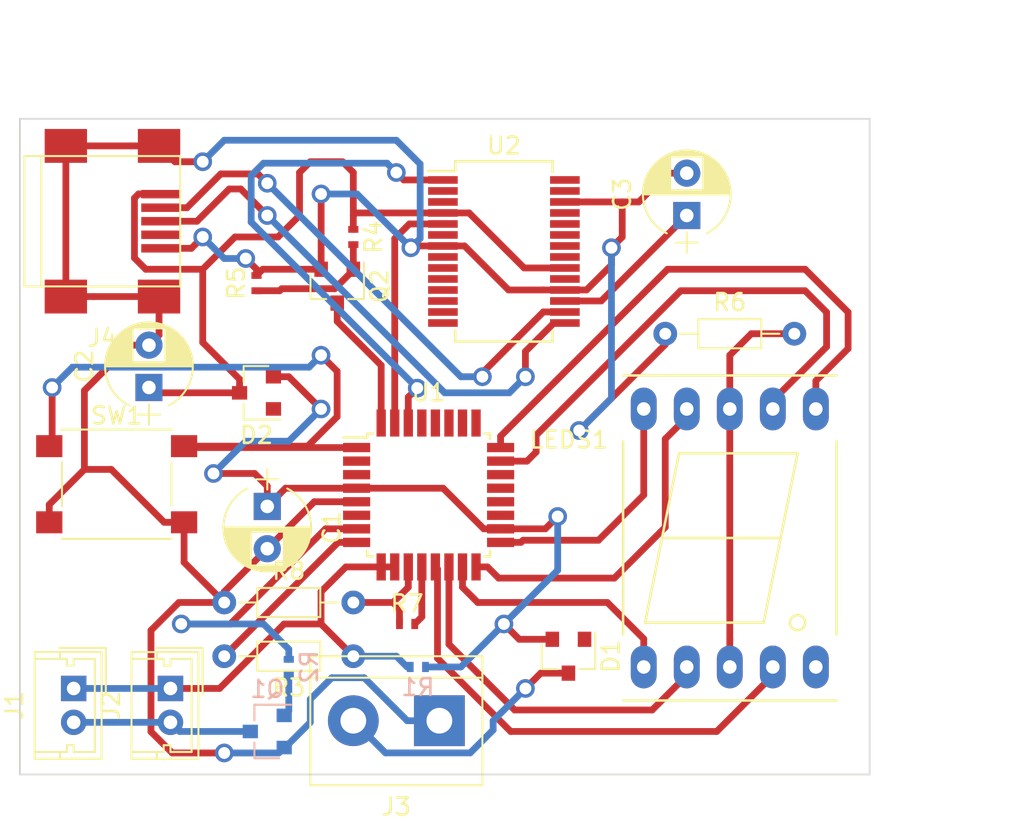
<source format=kicad_pcb>
(kicad_pcb (version 4) (host pcbnew 4.0.6)

  (general
    (links 65)
    (no_connects 3)
    (area 90.14 72.865001 154.106429 121.09)
    (thickness 1.6)
    (drawings 9)
    (tracks 290)
    (zones 0)
    (modules 23)
    (nets 55)
  )

  (page A4)
  (layers
    (0 F.Cu signal)
    (31 B.Cu signal)
    (32 B.Adhes user)
    (33 F.Adhes user)
    (34 B.Paste user)
    (35 F.Paste user)
    (36 B.SilkS user)
    (37 F.SilkS user)
    (38 B.Mask user)
    (39 F.Mask user)
    (40 Dwgs.User user)
    (41 Cmts.User user)
    (42 Eco1.User user)
    (43 Eco2.User user)
    (44 Edge.Cuts user)
    (45 Margin user)
    (46 B.CrtYd user)
    (47 F.CrtYd user)
    (48 B.Fab user)
    (49 F.Fab user)
  )

  (setup
    (last_trace_width 0.4)
    (trace_clearance 0.2)
    (zone_clearance 0.508)
    (zone_45_only no)
    (trace_min 0.2)
    (segment_width 0.2)
    (edge_width 0.1)
    (via_size 0.6)
    (via_drill 0.4)
    (via_min_size 0.4)
    (via_min_drill 0.3)
    (uvia_size 0.3)
    (uvia_drill 0.1)
    (uvias_allowed no)
    (uvia_min_size 0.2)
    (uvia_min_drill 0.1)
    (pcb_text_width 0.3)
    (pcb_text_size 1.5 1.5)
    (mod_edge_width 0.15)
    (mod_text_size 1 1)
    (mod_text_width 0.15)
    (pad_size 1.5 1.5)
    (pad_drill 0.6)
    (pad_to_mask_clearance 0)
    (aux_axis_origin 0 0)
    (visible_elements 7FFFFFFF)
    (pcbplotparams
      (layerselection 0x01c00_80000001)
      (usegerberextensions false)
      (excludeedgelayer true)
      (linewidth 0.100000)
      (plotframeref false)
      (viasonmask false)
      (mode 1)
      (useauxorigin false)
      (hpglpennumber 1)
      (hpglpenspeed 20)
      (hpglpendiameter 15)
      (hpglpenoverlay 2)
      (psnegative false)
      (psa4output false)
      (plotreference true)
      (plotvalue true)
      (plotinvisibletext false)
      (padsonsilk false)
      (subtractmaskfromsilk false)
      (outputformat 4)
      (mirror false)
      (drillshape 0)
      (scaleselection 1)
      (outputdirectory ""))
  )

  (net 0 "")
  (net 1 "Net-(C1-Pad1)")
  (net 2 GND)
  (net 3 "Net-(C2-Pad1)")
  (net 4 "Net-(C3-Pad1)")
  (net 5 "Net-(D1-Pad2)")
  (net 6 "Net-(J1-Pad1)")
  (net 7 "Net-(J1-Pad2)")
  (net 8 "Net-(J4-Pad2)")
  (net 9 "Net-(J4-Pad3)")
  (net 10 "Net-(J4-Pad4)")
  (net 11 "Net-(LEDS1-Pad1)")
  (net 12 "Net-(LEDS1-Pad2)")
  (net 13 "Net-(LEDS1-Pad3)")
  (net 14 "Net-(LEDS1-Pad4)")
  (net 15 "Net-(LEDS1-Pad5)")
  (net 16 "Net-(LEDS1-Pad6)")
  (net 17 "Net-(LEDS1-Pad7)")
  (net 18 "Net-(LEDS1-Pad9)")
  (net 19 "Net-(LEDS1-Pad10)")
  (net 20 "Net-(Q1-Pad1)")
  (net 21 "Net-(Q2-Pad1)")
  (net 22 "Net-(Q2-Pad3)")
  (net 23 "Net-(R2-Pad2)")
  (net 24 "Net-(R3-Pad2)")
  (net 25 "Net-(R7-Pad1)")
  (net 26 "Net-(R7-Pad2)")
  (net 27 "Net-(SW1-Pad1)")
  (net 28 "Net-(U1-Pad2)")
  (net 29 "Net-(U1-Pad19)")
  (net 30 "Net-(U1-Pad20)")
  (net 31 "Net-(U1-Pad21)")
  (net 32 "Net-(U1-Pad22)")
  (net 33 "Net-(U1-Pad25)")
  (net 34 "Net-(U1-Pad26)")
  (net 35 "Net-(U1-Pad27)")
  (net 36 "Net-(U1-Pad28)")
  (net 37 "Net-(U1-Pad29)")
  (net 38 "Net-(U1-Pad30)")
  (net 39 "Net-(U1-Pad31)")
  (net 40 "Net-(U2-Pad2)")
  (net 41 "Net-(U2-Pad3)")
  (net 42 "Net-(U2-Pad6)")
  (net 43 "Net-(U2-Pad9)")
  (net 44 "Net-(U2-Pad10)")
  (net 45 "Net-(U2-Pad11)")
  (net 46 "Net-(U2-Pad12)")
  (net 47 "Net-(U2-Pad13)")
  (net 48 "Net-(U2-Pad14)")
  (net 49 "Net-(U2-Pad19)")
  (net 50 "Net-(U2-Pad22)")
  (net 51 "Net-(U2-Pad23)")
  (net 52 "Net-(U2-Pad25)")
  (net 53 "Net-(U2-Pad27)")
  (net 54 "Net-(U2-Pad28)")

  (net_class Default "Это класс цепей по умолчанию."
    (clearance 0.2)
    (trace_width 0.4)
    (via_dia 0.6)
    (via_drill 0.4)
    (uvia_dia 0.3)
    (uvia_drill 0.1)
  )

  (net_class LIT ""
    (clearance 0.2)
    (trace_width 0.4)
    (via_dia 1.1)
    (via_drill 0.7)
    (uvia_dia 0.3)
    (uvia_drill 0.1)
    (add_net GND)
    (add_net "Net-(C1-Pad1)")
    (add_net "Net-(C2-Pad1)")
    (add_net "Net-(C3-Pad1)")
    (add_net "Net-(D1-Pad2)")
    (add_net "Net-(J1-Pad1)")
    (add_net "Net-(J1-Pad2)")
    (add_net "Net-(J4-Pad2)")
    (add_net "Net-(J4-Pad3)")
    (add_net "Net-(J4-Pad4)")
    (add_net "Net-(LEDS1-Pad1)")
    (add_net "Net-(LEDS1-Pad10)")
    (add_net "Net-(LEDS1-Pad2)")
    (add_net "Net-(LEDS1-Pad3)")
    (add_net "Net-(LEDS1-Pad4)")
    (add_net "Net-(LEDS1-Pad5)")
    (add_net "Net-(LEDS1-Pad6)")
    (add_net "Net-(LEDS1-Pad7)")
    (add_net "Net-(LEDS1-Pad9)")
    (add_net "Net-(Q1-Pad1)")
    (add_net "Net-(Q2-Pad1)")
    (add_net "Net-(Q2-Pad3)")
    (add_net "Net-(R2-Pad2)")
    (add_net "Net-(R3-Pad2)")
    (add_net "Net-(R7-Pad1)")
    (add_net "Net-(R7-Pad2)")
    (add_net "Net-(SW1-Pad1)")
    (add_net "Net-(U1-Pad19)")
    (add_net "Net-(U1-Pad2)")
    (add_net "Net-(U1-Pad20)")
    (add_net "Net-(U1-Pad21)")
    (add_net "Net-(U1-Pad22)")
    (add_net "Net-(U1-Pad25)")
    (add_net "Net-(U1-Pad26)")
    (add_net "Net-(U1-Pad27)")
    (add_net "Net-(U1-Pad28)")
    (add_net "Net-(U1-Pad29)")
    (add_net "Net-(U1-Pad30)")
    (add_net "Net-(U1-Pad31)")
    (add_net "Net-(U2-Pad10)")
    (add_net "Net-(U2-Pad11)")
    (add_net "Net-(U2-Pad12)")
    (add_net "Net-(U2-Pad13)")
    (add_net "Net-(U2-Pad14)")
    (add_net "Net-(U2-Pad19)")
    (add_net "Net-(U2-Pad2)")
    (add_net "Net-(U2-Pad22)")
    (add_net "Net-(U2-Pad23)")
    (add_net "Net-(U2-Pad25)")
    (add_net "Net-(U2-Pad27)")
    (add_net "Net-(U2-Pad28)")
    (add_net "Net-(U2-Pad3)")
    (add_net "Net-(U2-Pad6)")
    (add_net "Net-(U2-Pad9)")
  )

  (module Housings_SSOP:SSOP-28_5.3x10.2mm_Pitch0.65mm placed (layer F.Cu) (tedit 54130A77) (tstamp 5996FFDF)
    (at 120.015 87.215)
    (descr "28-Lead Plastic Shrink Small Outline (SS)-5.30 mm Body [SSOP] (see Microchip Packaging Specification 00000049BS.pdf)")
    (tags "SSOP 0.65")
    (path /599086D2)
    (attr smd)
    (fp_text reference U2 (at 0 -6.25) (layer F.SilkS)
      (effects (font (size 1 1) (thickness 0.15)))
    )
    (fp_text value FT232RL (at 0 6.25) (layer F.Fab)
      (effects (font (size 1 1) (thickness 0.15)))
    )
    (fp_line (start -1.65 -5.1) (end 2.65 -5.1) (layer F.Fab) (width 0.15))
    (fp_line (start 2.65 -5.1) (end 2.65 5.1) (layer F.Fab) (width 0.15))
    (fp_line (start 2.65 5.1) (end -2.65 5.1) (layer F.Fab) (width 0.15))
    (fp_line (start -2.65 5.1) (end -2.65 -4.1) (layer F.Fab) (width 0.15))
    (fp_line (start -2.65 -4.1) (end -1.65 -5.1) (layer F.Fab) (width 0.15))
    (fp_line (start -4.75 -5.5) (end -4.75 5.5) (layer F.CrtYd) (width 0.05))
    (fp_line (start 4.75 -5.5) (end 4.75 5.5) (layer F.CrtYd) (width 0.05))
    (fp_line (start -4.75 -5.5) (end 4.75 -5.5) (layer F.CrtYd) (width 0.05))
    (fp_line (start -4.75 5.5) (end 4.75 5.5) (layer F.CrtYd) (width 0.05))
    (fp_line (start -2.875 -5.325) (end -2.875 -4.75) (layer F.SilkS) (width 0.15))
    (fp_line (start 2.875 -5.325) (end 2.875 -4.675) (layer F.SilkS) (width 0.15))
    (fp_line (start 2.875 5.325) (end 2.875 4.675) (layer F.SilkS) (width 0.15))
    (fp_line (start -2.875 5.325) (end -2.875 4.675) (layer F.SilkS) (width 0.15))
    (fp_line (start -2.875 -5.325) (end 2.875 -5.325) (layer F.SilkS) (width 0.15))
    (fp_line (start -2.875 5.325) (end 2.875 5.325) (layer F.SilkS) (width 0.15))
    (fp_line (start -2.875 -4.75) (end -4.475 -4.75) (layer F.SilkS) (width 0.15))
    (fp_text user %R (at 0 0) (layer F.Fab)
      (effects (font (size 0.8 0.8) (thickness 0.15)))
    )
    (pad 1 smd rect (at -3.6 -4.225) (size 1.75 0.45) (layers F.Cu F.Paste F.Mask)
      (net 38 "Net-(U1-Pad30)"))
    (pad 2 smd rect (at -3.6 -3.575) (size 1.75 0.45) (layers F.Cu F.Paste F.Mask)
      (net 40 "Net-(U2-Pad2)"))
    (pad 3 smd rect (at -3.6 -2.925) (size 1.75 0.45) (layers F.Cu F.Paste F.Mask)
      (net 41 "Net-(U2-Pad3)"))
    (pad 4 smd rect (at -3.6 -2.275) (size 1.75 0.45) (layers F.Cu F.Paste F.Mask)
      (net 3 "Net-(C2-Pad1)"))
    (pad 5 smd rect (at -3.6 -1.625) (size 1.75 0.45) (layers F.Cu F.Paste F.Mask)
      (net 39 "Net-(U1-Pad31)"))
    (pad 6 smd rect (at -3.6 -0.975) (size 1.75 0.45) (layers F.Cu F.Paste F.Mask)
      (net 42 "Net-(U2-Pad6)"))
    (pad 7 smd rect (at -3.6 -0.325) (size 1.75 0.45) (layers F.Cu F.Paste F.Mask)
      (net 2 GND))
    (pad 8 smd rect (at -3.6 0.325) (size 1.75 0.45) (layers F.Cu F.Paste F.Mask))
    (pad 9 smd rect (at -3.6 0.975) (size 1.75 0.45) (layers F.Cu F.Paste F.Mask)
      (net 43 "Net-(U2-Pad9)"))
    (pad 10 smd rect (at -3.6 1.625) (size 1.75 0.45) (layers F.Cu F.Paste F.Mask)
      (net 44 "Net-(U2-Pad10)"))
    (pad 11 smd rect (at -3.6 2.275) (size 1.75 0.45) (layers F.Cu F.Paste F.Mask)
      (net 45 "Net-(U2-Pad11)"))
    (pad 12 smd rect (at -3.6 2.925) (size 1.75 0.45) (layers F.Cu F.Paste F.Mask)
      (net 46 "Net-(U2-Pad12)"))
    (pad 13 smd rect (at -3.6 3.575) (size 1.75 0.45) (layers F.Cu F.Paste F.Mask)
      (net 47 "Net-(U2-Pad13)"))
    (pad 14 smd rect (at -3.6 4.225) (size 1.75 0.45) (layers F.Cu F.Paste F.Mask)
      (net 48 "Net-(U2-Pad14)"))
    (pad 15 smd rect (at 3.6 4.225) (size 1.75 0.45) (layers F.Cu F.Paste F.Mask)
      (net 9 "Net-(J4-Pad3)"))
    (pad 16 smd rect (at 3.6 3.575) (size 1.75 0.45) (layers F.Cu F.Paste F.Mask)
      (net 8 "Net-(J4-Pad2)"))
    (pad 17 smd rect (at 3.6 2.925) (size 1.75 0.45) (layers F.Cu F.Paste F.Mask)
      (net 4 "Net-(C3-Pad1)"))
    (pad 18 smd rect (at 3.6 2.275) (size 1.75 0.45) (layers F.Cu F.Paste F.Mask)
      (net 2 GND))
    (pad 19 smd rect (at 3.6 1.625) (size 1.75 0.45) (layers F.Cu F.Paste F.Mask)
      (net 49 "Net-(U2-Pad19)"))
    (pad 20 smd rect (at 3.6 0.975) (size 1.75 0.45) (layers F.Cu F.Paste F.Mask)
      (net 3 "Net-(C2-Pad1)"))
    (pad 21 smd rect (at 3.6 0.325) (size 1.75 0.45) (layers F.Cu F.Paste F.Mask)
      (net 2 GND))
    (pad 22 smd rect (at 3.6 -0.325) (size 1.75 0.45) (layers F.Cu F.Paste F.Mask)
      (net 50 "Net-(U2-Pad22)"))
    (pad 23 smd rect (at 3.6 -0.975) (size 1.75 0.45) (layers F.Cu F.Paste F.Mask)
      (net 51 "Net-(U2-Pad23)"))
    (pad 24 smd rect (at 3.6 -1.625) (size 1.75 0.45) (layers F.Cu F.Paste F.Mask))
    (pad 25 smd rect (at 3.6 -2.275) (size 1.75 0.45) (layers F.Cu F.Paste F.Mask)
      (net 52 "Net-(U2-Pad25)"))
    (pad 26 smd rect (at 3.6 -2.925) (size 1.75 0.45) (layers F.Cu F.Paste F.Mask)
      (net 2 GND))
    (pad 27 smd rect (at 3.6 -3.575) (size 1.75 0.45) (layers F.Cu F.Paste F.Mask)
      (net 53 "Net-(U2-Pad27)"))
    (pad 28 smd rect (at 3.6 -4.225) (size 1.75 0.45) (layers F.Cu F.Paste F.Mask)
      (net 54 "Net-(U2-Pad28)"))
    (model ${KISYS3DMOD}/Housings_SSOP.3dshapes/SSOP-28_5.3x10.2mm_Pitch0.65mm.wrl
      (at (xyz 0 0 0))
      (scale (xyz 1 1 1))
      (rotate (xyz 0 0 0))
    )
  )

  (module Capacitors_THT:CP_Radial_D5.0mm_P2.50mm placed (layer F.Cu) (tedit 597BC7C2) (tstamp 5996FF0C)
    (at 106.045 102.275 270)
    (descr "CP, Radial series, Radial, pin pitch=2.50mm, , diameter=5mm, Electrolytic Capacitor")
    (tags "CP Radial series Radial pin pitch 2.50mm  diameter 5mm Electrolytic Capacitor")
    (path /5991F2CC)
    (fp_text reference C1 (at 1.25 -3.81 270) (layer F.SilkS)
      (effects (font (size 1 1) (thickness 0.15)))
    )
    (fp_text value 0.1mF (at 1.25 3.81 270) (layer F.Fab)
      (effects (font (size 1 1) (thickness 0.15)))
    )
    (fp_arc (start 1.25 0) (end -1.05558 -1.18) (angle 125.8) (layer F.SilkS) (width 0.12))
    (fp_arc (start 1.25 0) (end -1.05558 1.18) (angle -125.8) (layer F.SilkS) (width 0.12))
    (fp_arc (start 1.25 0) (end 3.55558 -1.18) (angle 54.2) (layer F.SilkS) (width 0.12))
    (fp_circle (center 1.25 0) (end 3.75 0) (layer F.Fab) (width 0.1))
    (fp_line (start -2.2 0) (end -1 0) (layer F.Fab) (width 0.1))
    (fp_line (start -1.6 -0.65) (end -1.6 0.65) (layer F.Fab) (width 0.1))
    (fp_line (start 1.25 -2.55) (end 1.25 2.55) (layer F.SilkS) (width 0.12))
    (fp_line (start 1.29 -2.55) (end 1.29 2.55) (layer F.SilkS) (width 0.12))
    (fp_line (start 1.33 -2.549) (end 1.33 2.549) (layer F.SilkS) (width 0.12))
    (fp_line (start 1.37 -2.548) (end 1.37 2.548) (layer F.SilkS) (width 0.12))
    (fp_line (start 1.41 -2.546) (end 1.41 2.546) (layer F.SilkS) (width 0.12))
    (fp_line (start 1.45 -2.543) (end 1.45 2.543) (layer F.SilkS) (width 0.12))
    (fp_line (start 1.49 -2.539) (end 1.49 2.539) (layer F.SilkS) (width 0.12))
    (fp_line (start 1.53 -2.535) (end 1.53 -0.98) (layer F.SilkS) (width 0.12))
    (fp_line (start 1.53 0.98) (end 1.53 2.535) (layer F.SilkS) (width 0.12))
    (fp_line (start 1.57 -2.531) (end 1.57 -0.98) (layer F.SilkS) (width 0.12))
    (fp_line (start 1.57 0.98) (end 1.57 2.531) (layer F.SilkS) (width 0.12))
    (fp_line (start 1.61 -2.525) (end 1.61 -0.98) (layer F.SilkS) (width 0.12))
    (fp_line (start 1.61 0.98) (end 1.61 2.525) (layer F.SilkS) (width 0.12))
    (fp_line (start 1.65 -2.519) (end 1.65 -0.98) (layer F.SilkS) (width 0.12))
    (fp_line (start 1.65 0.98) (end 1.65 2.519) (layer F.SilkS) (width 0.12))
    (fp_line (start 1.69 -2.513) (end 1.69 -0.98) (layer F.SilkS) (width 0.12))
    (fp_line (start 1.69 0.98) (end 1.69 2.513) (layer F.SilkS) (width 0.12))
    (fp_line (start 1.73 -2.506) (end 1.73 -0.98) (layer F.SilkS) (width 0.12))
    (fp_line (start 1.73 0.98) (end 1.73 2.506) (layer F.SilkS) (width 0.12))
    (fp_line (start 1.77 -2.498) (end 1.77 -0.98) (layer F.SilkS) (width 0.12))
    (fp_line (start 1.77 0.98) (end 1.77 2.498) (layer F.SilkS) (width 0.12))
    (fp_line (start 1.81 -2.489) (end 1.81 -0.98) (layer F.SilkS) (width 0.12))
    (fp_line (start 1.81 0.98) (end 1.81 2.489) (layer F.SilkS) (width 0.12))
    (fp_line (start 1.85 -2.48) (end 1.85 -0.98) (layer F.SilkS) (width 0.12))
    (fp_line (start 1.85 0.98) (end 1.85 2.48) (layer F.SilkS) (width 0.12))
    (fp_line (start 1.89 -2.47) (end 1.89 -0.98) (layer F.SilkS) (width 0.12))
    (fp_line (start 1.89 0.98) (end 1.89 2.47) (layer F.SilkS) (width 0.12))
    (fp_line (start 1.93 -2.46) (end 1.93 -0.98) (layer F.SilkS) (width 0.12))
    (fp_line (start 1.93 0.98) (end 1.93 2.46) (layer F.SilkS) (width 0.12))
    (fp_line (start 1.971 -2.448) (end 1.971 -0.98) (layer F.SilkS) (width 0.12))
    (fp_line (start 1.971 0.98) (end 1.971 2.448) (layer F.SilkS) (width 0.12))
    (fp_line (start 2.011 -2.436) (end 2.011 -0.98) (layer F.SilkS) (width 0.12))
    (fp_line (start 2.011 0.98) (end 2.011 2.436) (layer F.SilkS) (width 0.12))
    (fp_line (start 2.051 -2.424) (end 2.051 -0.98) (layer F.SilkS) (width 0.12))
    (fp_line (start 2.051 0.98) (end 2.051 2.424) (layer F.SilkS) (width 0.12))
    (fp_line (start 2.091 -2.41) (end 2.091 -0.98) (layer F.SilkS) (width 0.12))
    (fp_line (start 2.091 0.98) (end 2.091 2.41) (layer F.SilkS) (width 0.12))
    (fp_line (start 2.131 -2.396) (end 2.131 -0.98) (layer F.SilkS) (width 0.12))
    (fp_line (start 2.131 0.98) (end 2.131 2.396) (layer F.SilkS) (width 0.12))
    (fp_line (start 2.171 -2.382) (end 2.171 -0.98) (layer F.SilkS) (width 0.12))
    (fp_line (start 2.171 0.98) (end 2.171 2.382) (layer F.SilkS) (width 0.12))
    (fp_line (start 2.211 -2.366) (end 2.211 -0.98) (layer F.SilkS) (width 0.12))
    (fp_line (start 2.211 0.98) (end 2.211 2.366) (layer F.SilkS) (width 0.12))
    (fp_line (start 2.251 -2.35) (end 2.251 -0.98) (layer F.SilkS) (width 0.12))
    (fp_line (start 2.251 0.98) (end 2.251 2.35) (layer F.SilkS) (width 0.12))
    (fp_line (start 2.291 -2.333) (end 2.291 -0.98) (layer F.SilkS) (width 0.12))
    (fp_line (start 2.291 0.98) (end 2.291 2.333) (layer F.SilkS) (width 0.12))
    (fp_line (start 2.331 -2.315) (end 2.331 -0.98) (layer F.SilkS) (width 0.12))
    (fp_line (start 2.331 0.98) (end 2.331 2.315) (layer F.SilkS) (width 0.12))
    (fp_line (start 2.371 -2.296) (end 2.371 -0.98) (layer F.SilkS) (width 0.12))
    (fp_line (start 2.371 0.98) (end 2.371 2.296) (layer F.SilkS) (width 0.12))
    (fp_line (start 2.411 -2.276) (end 2.411 -0.98) (layer F.SilkS) (width 0.12))
    (fp_line (start 2.411 0.98) (end 2.411 2.276) (layer F.SilkS) (width 0.12))
    (fp_line (start 2.451 -2.256) (end 2.451 -0.98) (layer F.SilkS) (width 0.12))
    (fp_line (start 2.451 0.98) (end 2.451 2.256) (layer F.SilkS) (width 0.12))
    (fp_line (start 2.491 -2.234) (end 2.491 -0.98) (layer F.SilkS) (width 0.12))
    (fp_line (start 2.491 0.98) (end 2.491 2.234) (layer F.SilkS) (width 0.12))
    (fp_line (start 2.531 -2.212) (end 2.531 -0.98) (layer F.SilkS) (width 0.12))
    (fp_line (start 2.531 0.98) (end 2.531 2.212) (layer F.SilkS) (width 0.12))
    (fp_line (start 2.571 -2.189) (end 2.571 -0.98) (layer F.SilkS) (width 0.12))
    (fp_line (start 2.571 0.98) (end 2.571 2.189) (layer F.SilkS) (width 0.12))
    (fp_line (start 2.611 -2.165) (end 2.611 -0.98) (layer F.SilkS) (width 0.12))
    (fp_line (start 2.611 0.98) (end 2.611 2.165) (layer F.SilkS) (width 0.12))
    (fp_line (start 2.651 -2.14) (end 2.651 -0.98) (layer F.SilkS) (width 0.12))
    (fp_line (start 2.651 0.98) (end 2.651 2.14) (layer F.SilkS) (width 0.12))
    (fp_line (start 2.691 -2.113) (end 2.691 -0.98) (layer F.SilkS) (width 0.12))
    (fp_line (start 2.691 0.98) (end 2.691 2.113) (layer F.SilkS) (width 0.12))
    (fp_line (start 2.731 -2.086) (end 2.731 -0.98) (layer F.SilkS) (width 0.12))
    (fp_line (start 2.731 0.98) (end 2.731 2.086) (layer F.SilkS) (width 0.12))
    (fp_line (start 2.771 -2.058) (end 2.771 -0.98) (layer F.SilkS) (width 0.12))
    (fp_line (start 2.771 0.98) (end 2.771 2.058) (layer F.SilkS) (width 0.12))
    (fp_line (start 2.811 -2.028) (end 2.811 -0.98) (layer F.SilkS) (width 0.12))
    (fp_line (start 2.811 0.98) (end 2.811 2.028) (layer F.SilkS) (width 0.12))
    (fp_line (start 2.851 -1.997) (end 2.851 -0.98) (layer F.SilkS) (width 0.12))
    (fp_line (start 2.851 0.98) (end 2.851 1.997) (layer F.SilkS) (width 0.12))
    (fp_line (start 2.891 -1.965) (end 2.891 -0.98) (layer F.SilkS) (width 0.12))
    (fp_line (start 2.891 0.98) (end 2.891 1.965) (layer F.SilkS) (width 0.12))
    (fp_line (start 2.931 -1.932) (end 2.931 -0.98) (layer F.SilkS) (width 0.12))
    (fp_line (start 2.931 0.98) (end 2.931 1.932) (layer F.SilkS) (width 0.12))
    (fp_line (start 2.971 -1.897) (end 2.971 -0.98) (layer F.SilkS) (width 0.12))
    (fp_line (start 2.971 0.98) (end 2.971 1.897) (layer F.SilkS) (width 0.12))
    (fp_line (start 3.011 -1.861) (end 3.011 -0.98) (layer F.SilkS) (width 0.12))
    (fp_line (start 3.011 0.98) (end 3.011 1.861) (layer F.SilkS) (width 0.12))
    (fp_line (start 3.051 -1.823) (end 3.051 -0.98) (layer F.SilkS) (width 0.12))
    (fp_line (start 3.051 0.98) (end 3.051 1.823) (layer F.SilkS) (width 0.12))
    (fp_line (start 3.091 -1.783) (end 3.091 -0.98) (layer F.SilkS) (width 0.12))
    (fp_line (start 3.091 0.98) (end 3.091 1.783) (layer F.SilkS) (width 0.12))
    (fp_line (start 3.131 -1.742) (end 3.131 -0.98) (layer F.SilkS) (width 0.12))
    (fp_line (start 3.131 0.98) (end 3.131 1.742) (layer F.SilkS) (width 0.12))
    (fp_line (start 3.171 -1.699) (end 3.171 -0.98) (layer F.SilkS) (width 0.12))
    (fp_line (start 3.171 0.98) (end 3.171 1.699) (layer F.SilkS) (width 0.12))
    (fp_line (start 3.211 -1.654) (end 3.211 -0.98) (layer F.SilkS) (width 0.12))
    (fp_line (start 3.211 0.98) (end 3.211 1.654) (layer F.SilkS) (width 0.12))
    (fp_line (start 3.251 -1.606) (end 3.251 -0.98) (layer F.SilkS) (width 0.12))
    (fp_line (start 3.251 0.98) (end 3.251 1.606) (layer F.SilkS) (width 0.12))
    (fp_line (start 3.291 -1.556) (end 3.291 -0.98) (layer F.SilkS) (width 0.12))
    (fp_line (start 3.291 0.98) (end 3.291 1.556) (layer F.SilkS) (width 0.12))
    (fp_line (start 3.331 -1.504) (end 3.331 -0.98) (layer F.SilkS) (width 0.12))
    (fp_line (start 3.331 0.98) (end 3.331 1.504) (layer F.SilkS) (width 0.12))
    (fp_line (start 3.371 -1.448) (end 3.371 -0.98) (layer F.SilkS) (width 0.12))
    (fp_line (start 3.371 0.98) (end 3.371 1.448) (layer F.SilkS) (width 0.12))
    (fp_line (start 3.411 -1.39) (end 3.411 -0.98) (layer F.SilkS) (width 0.12))
    (fp_line (start 3.411 0.98) (end 3.411 1.39) (layer F.SilkS) (width 0.12))
    (fp_line (start 3.451 -1.327) (end 3.451 -0.98) (layer F.SilkS) (width 0.12))
    (fp_line (start 3.451 0.98) (end 3.451 1.327) (layer F.SilkS) (width 0.12))
    (fp_line (start 3.491 -1.261) (end 3.491 1.261) (layer F.SilkS) (width 0.12))
    (fp_line (start 3.531 -1.189) (end 3.531 1.189) (layer F.SilkS) (width 0.12))
    (fp_line (start 3.571 -1.112) (end 3.571 1.112) (layer F.SilkS) (width 0.12))
    (fp_line (start 3.611 -1.028) (end 3.611 1.028) (layer F.SilkS) (width 0.12))
    (fp_line (start 3.651 -0.934) (end 3.651 0.934) (layer F.SilkS) (width 0.12))
    (fp_line (start 3.691 -0.829) (end 3.691 0.829) (layer F.SilkS) (width 0.12))
    (fp_line (start 3.731 -0.707) (end 3.731 0.707) (layer F.SilkS) (width 0.12))
    (fp_line (start 3.771 -0.559) (end 3.771 0.559) (layer F.SilkS) (width 0.12))
    (fp_line (start 3.811 -0.354) (end 3.811 0.354) (layer F.SilkS) (width 0.12))
    (fp_line (start -2.2 0) (end -1 0) (layer F.SilkS) (width 0.12))
    (fp_line (start -1.6 -0.65) (end -1.6 0.65) (layer F.SilkS) (width 0.12))
    (fp_line (start -1.6 -2.85) (end -1.6 2.85) (layer F.CrtYd) (width 0.05))
    (fp_line (start -1.6 2.85) (end 4.1 2.85) (layer F.CrtYd) (width 0.05))
    (fp_line (start 4.1 2.85) (end 4.1 -2.85) (layer F.CrtYd) (width 0.05))
    (fp_line (start 4.1 -2.85) (end -1.6 -2.85) (layer F.CrtYd) (width 0.05))
    (fp_text user %R (at 1.25 0 270) (layer F.Fab)
      (effects (font (size 1 1) (thickness 0.15)))
    )
    (pad 1 thru_hole rect (at 0 0 270) (size 1.6 1.6) (drill 0.8) (layers *.Cu *.Mask)
      (net 1 "Net-(C1-Pad1)"))
    (pad 2 thru_hole circle (at 2.5 0 270) (size 1.6 1.6) (drill 0.8) (layers *.Cu *.Mask)
      (net 2 GND))
    (model ${KISYS3DMOD}/Capacitors_THT.3dshapes/CP_Radial_D5.0mm_P2.50mm.wrl
      (at (xyz 0 0 0))
      (scale (xyz 1 1 1))
      (rotate (xyz 0 0 0))
    )
  )

  (module Capacitors_THT:CP_Radial_D5.0mm_P2.50mm placed (layer F.Cu) (tedit 597BC7C2) (tstamp 5996FF12)
    (at 99.06 95.25 90)
    (descr "CP, Radial series, Radial, pin pitch=2.50mm, , diameter=5mm, Electrolytic Capacitor")
    (tags "CP Radial series Radial pin pitch 2.50mm  diameter 5mm Electrolytic Capacitor")
    (path /5991EB55)
    (fp_text reference C2 (at 1.25 -3.81 90) (layer F.SilkS)
      (effects (font (size 1 1) (thickness 0.15)))
    )
    (fp_text value 0.1mF (at 1.25 3.81 90) (layer F.Fab)
      (effects (font (size 1 1) (thickness 0.15)))
    )
    (fp_arc (start 1.25 0) (end -1.05558 -1.18) (angle 125.8) (layer F.SilkS) (width 0.12))
    (fp_arc (start 1.25 0) (end -1.05558 1.18) (angle -125.8) (layer F.SilkS) (width 0.12))
    (fp_arc (start 1.25 0) (end 3.55558 -1.18) (angle 54.2) (layer F.SilkS) (width 0.12))
    (fp_circle (center 1.25 0) (end 3.75 0) (layer F.Fab) (width 0.1))
    (fp_line (start -2.2 0) (end -1 0) (layer F.Fab) (width 0.1))
    (fp_line (start -1.6 -0.65) (end -1.6 0.65) (layer F.Fab) (width 0.1))
    (fp_line (start 1.25 -2.55) (end 1.25 2.55) (layer F.SilkS) (width 0.12))
    (fp_line (start 1.29 -2.55) (end 1.29 2.55) (layer F.SilkS) (width 0.12))
    (fp_line (start 1.33 -2.549) (end 1.33 2.549) (layer F.SilkS) (width 0.12))
    (fp_line (start 1.37 -2.548) (end 1.37 2.548) (layer F.SilkS) (width 0.12))
    (fp_line (start 1.41 -2.546) (end 1.41 2.546) (layer F.SilkS) (width 0.12))
    (fp_line (start 1.45 -2.543) (end 1.45 2.543) (layer F.SilkS) (width 0.12))
    (fp_line (start 1.49 -2.539) (end 1.49 2.539) (layer F.SilkS) (width 0.12))
    (fp_line (start 1.53 -2.535) (end 1.53 -0.98) (layer F.SilkS) (width 0.12))
    (fp_line (start 1.53 0.98) (end 1.53 2.535) (layer F.SilkS) (width 0.12))
    (fp_line (start 1.57 -2.531) (end 1.57 -0.98) (layer F.SilkS) (width 0.12))
    (fp_line (start 1.57 0.98) (end 1.57 2.531) (layer F.SilkS) (width 0.12))
    (fp_line (start 1.61 -2.525) (end 1.61 -0.98) (layer F.SilkS) (width 0.12))
    (fp_line (start 1.61 0.98) (end 1.61 2.525) (layer F.SilkS) (width 0.12))
    (fp_line (start 1.65 -2.519) (end 1.65 -0.98) (layer F.SilkS) (width 0.12))
    (fp_line (start 1.65 0.98) (end 1.65 2.519) (layer F.SilkS) (width 0.12))
    (fp_line (start 1.69 -2.513) (end 1.69 -0.98) (layer F.SilkS) (width 0.12))
    (fp_line (start 1.69 0.98) (end 1.69 2.513) (layer F.SilkS) (width 0.12))
    (fp_line (start 1.73 -2.506) (end 1.73 -0.98) (layer F.SilkS) (width 0.12))
    (fp_line (start 1.73 0.98) (end 1.73 2.506) (layer F.SilkS) (width 0.12))
    (fp_line (start 1.77 -2.498) (end 1.77 -0.98) (layer F.SilkS) (width 0.12))
    (fp_line (start 1.77 0.98) (end 1.77 2.498) (layer F.SilkS) (width 0.12))
    (fp_line (start 1.81 -2.489) (end 1.81 -0.98) (layer F.SilkS) (width 0.12))
    (fp_line (start 1.81 0.98) (end 1.81 2.489) (layer F.SilkS) (width 0.12))
    (fp_line (start 1.85 -2.48) (end 1.85 -0.98) (layer F.SilkS) (width 0.12))
    (fp_line (start 1.85 0.98) (end 1.85 2.48) (layer F.SilkS) (width 0.12))
    (fp_line (start 1.89 -2.47) (end 1.89 -0.98) (layer F.SilkS) (width 0.12))
    (fp_line (start 1.89 0.98) (end 1.89 2.47) (layer F.SilkS) (width 0.12))
    (fp_line (start 1.93 -2.46) (end 1.93 -0.98) (layer F.SilkS) (width 0.12))
    (fp_line (start 1.93 0.98) (end 1.93 2.46) (layer F.SilkS) (width 0.12))
    (fp_line (start 1.971 -2.448) (end 1.971 -0.98) (layer F.SilkS) (width 0.12))
    (fp_line (start 1.971 0.98) (end 1.971 2.448) (layer F.SilkS) (width 0.12))
    (fp_line (start 2.011 -2.436) (end 2.011 -0.98) (layer F.SilkS) (width 0.12))
    (fp_line (start 2.011 0.98) (end 2.011 2.436) (layer F.SilkS) (width 0.12))
    (fp_line (start 2.051 -2.424) (end 2.051 -0.98) (layer F.SilkS) (width 0.12))
    (fp_line (start 2.051 0.98) (end 2.051 2.424) (layer F.SilkS) (width 0.12))
    (fp_line (start 2.091 -2.41) (end 2.091 -0.98) (layer F.SilkS) (width 0.12))
    (fp_line (start 2.091 0.98) (end 2.091 2.41) (layer F.SilkS) (width 0.12))
    (fp_line (start 2.131 -2.396) (end 2.131 -0.98) (layer F.SilkS) (width 0.12))
    (fp_line (start 2.131 0.98) (end 2.131 2.396) (layer F.SilkS) (width 0.12))
    (fp_line (start 2.171 -2.382) (end 2.171 -0.98) (layer F.SilkS) (width 0.12))
    (fp_line (start 2.171 0.98) (end 2.171 2.382) (layer F.SilkS) (width 0.12))
    (fp_line (start 2.211 -2.366) (end 2.211 -0.98) (layer F.SilkS) (width 0.12))
    (fp_line (start 2.211 0.98) (end 2.211 2.366) (layer F.SilkS) (width 0.12))
    (fp_line (start 2.251 -2.35) (end 2.251 -0.98) (layer F.SilkS) (width 0.12))
    (fp_line (start 2.251 0.98) (end 2.251 2.35) (layer F.SilkS) (width 0.12))
    (fp_line (start 2.291 -2.333) (end 2.291 -0.98) (layer F.SilkS) (width 0.12))
    (fp_line (start 2.291 0.98) (end 2.291 2.333) (layer F.SilkS) (width 0.12))
    (fp_line (start 2.331 -2.315) (end 2.331 -0.98) (layer F.SilkS) (width 0.12))
    (fp_line (start 2.331 0.98) (end 2.331 2.315) (layer F.SilkS) (width 0.12))
    (fp_line (start 2.371 -2.296) (end 2.371 -0.98) (layer F.SilkS) (width 0.12))
    (fp_line (start 2.371 0.98) (end 2.371 2.296) (layer F.SilkS) (width 0.12))
    (fp_line (start 2.411 -2.276) (end 2.411 -0.98) (layer F.SilkS) (width 0.12))
    (fp_line (start 2.411 0.98) (end 2.411 2.276) (layer F.SilkS) (width 0.12))
    (fp_line (start 2.451 -2.256) (end 2.451 -0.98) (layer F.SilkS) (width 0.12))
    (fp_line (start 2.451 0.98) (end 2.451 2.256) (layer F.SilkS) (width 0.12))
    (fp_line (start 2.491 -2.234) (end 2.491 -0.98) (layer F.SilkS) (width 0.12))
    (fp_line (start 2.491 0.98) (end 2.491 2.234) (layer F.SilkS) (width 0.12))
    (fp_line (start 2.531 -2.212) (end 2.531 -0.98) (layer F.SilkS) (width 0.12))
    (fp_line (start 2.531 0.98) (end 2.531 2.212) (layer F.SilkS) (width 0.12))
    (fp_line (start 2.571 -2.189) (end 2.571 -0.98) (layer F.SilkS) (width 0.12))
    (fp_line (start 2.571 0.98) (end 2.571 2.189) (layer F.SilkS) (width 0.12))
    (fp_line (start 2.611 -2.165) (end 2.611 -0.98) (layer F.SilkS) (width 0.12))
    (fp_line (start 2.611 0.98) (end 2.611 2.165) (layer F.SilkS) (width 0.12))
    (fp_line (start 2.651 -2.14) (end 2.651 -0.98) (layer F.SilkS) (width 0.12))
    (fp_line (start 2.651 0.98) (end 2.651 2.14) (layer F.SilkS) (width 0.12))
    (fp_line (start 2.691 -2.113) (end 2.691 -0.98) (layer F.SilkS) (width 0.12))
    (fp_line (start 2.691 0.98) (end 2.691 2.113) (layer F.SilkS) (width 0.12))
    (fp_line (start 2.731 -2.086) (end 2.731 -0.98) (layer F.SilkS) (width 0.12))
    (fp_line (start 2.731 0.98) (end 2.731 2.086) (layer F.SilkS) (width 0.12))
    (fp_line (start 2.771 -2.058) (end 2.771 -0.98) (layer F.SilkS) (width 0.12))
    (fp_line (start 2.771 0.98) (end 2.771 2.058) (layer F.SilkS) (width 0.12))
    (fp_line (start 2.811 -2.028) (end 2.811 -0.98) (layer F.SilkS) (width 0.12))
    (fp_line (start 2.811 0.98) (end 2.811 2.028) (layer F.SilkS) (width 0.12))
    (fp_line (start 2.851 -1.997) (end 2.851 -0.98) (layer F.SilkS) (width 0.12))
    (fp_line (start 2.851 0.98) (end 2.851 1.997) (layer F.SilkS) (width 0.12))
    (fp_line (start 2.891 -1.965) (end 2.891 -0.98) (layer F.SilkS) (width 0.12))
    (fp_line (start 2.891 0.98) (end 2.891 1.965) (layer F.SilkS) (width 0.12))
    (fp_line (start 2.931 -1.932) (end 2.931 -0.98) (layer F.SilkS) (width 0.12))
    (fp_line (start 2.931 0.98) (end 2.931 1.932) (layer F.SilkS) (width 0.12))
    (fp_line (start 2.971 -1.897) (end 2.971 -0.98) (layer F.SilkS) (width 0.12))
    (fp_line (start 2.971 0.98) (end 2.971 1.897) (layer F.SilkS) (width 0.12))
    (fp_line (start 3.011 -1.861) (end 3.011 -0.98) (layer F.SilkS) (width 0.12))
    (fp_line (start 3.011 0.98) (end 3.011 1.861) (layer F.SilkS) (width 0.12))
    (fp_line (start 3.051 -1.823) (end 3.051 -0.98) (layer F.SilkS) (width 0.12))
    (fp_line (start 3.051 0.98) (end 3.051 1.823) (layer F.SilkS) (width 0.12))
    (fp_line (start 3.091 -1.783) (end 3.091 -0.98) (layer F.SilkS) (width 0.12))
    (fp_line (start 3.091 0.98) (end 3.091 1.783) (layer F.SilkS) (width 0.12))
    (fp_line (start 3.131 -1.742) (end 3.131 -0.98) (layer F.SilkS) (width 0.12))
    (fp_line (start 3.131 0.98) (end 3.131 1.742) (layer F.SilkS) (width 0.12))
    (fp_line (start 3.171 -1.699) (end 3.171 -0.98) (layer F.SilkS) (width 0.12))
    (fp_line (start 3.171 0.98) (end 3.171 1.699) (layer F.SilkS) (width 0.12))
    (fp_line (start 3.211 -1.654) (end 3.211 -0.98) (layer F.SilkS) (width 0.12))
    (fp_line (start 3.211 0.98) (end 3.211 1.654) (layer F.SilkS) (width 0.12))
    (fp_line (start 3.251 -1.606) (end 3.251 -0.98) (layer F.SilkS) (width 0.12))
    (fp_line (start 3.251 0.98) (end 3.251 1.606) (layer F.SilkS) (width 0.12))
    (fp_line (start 3.291 -1.556) (end 3.291 -0.98) (layer F.SilkS) (width 0.12))
    (fp_line (start 3.291 0.98) (end 3.291 1.556) (layer F.SilkS) (width 0.12))
    (fp_line (start 3.331 -1.504) (end 3.331 -0.98) (layer F.SilkS) (width 0.12))
    (fp_line (start 3.331 0.98) (end 3.331 1.504) (layer F.SilkS) (width 0.12))
    (fp_line (start 3.371 -1.448) (end 3.371 -0.98) (layer F.SilkS) (width 0.12))
    (fp_line (start 3.371 0.98) (end 3.371 1.448) (layer F.SilkS) (width 0.12))
    (fp_line (start 3.411 -1.39) (end 3.411 -0.98) (layer F.SilkS) (width 0.12))
    (fp_line (start 3.411 0.98) (end 3.411 1.39) (layer F.SilkS) (width 0.12))
    (fp_line (start 3.451 -1.327) (end 3.451 -0.98) (layer F.SilkS) (width 0.12))
    (fp_line (start 3.451 0.98) (end 3.451 1.327) (layer F.SilkS) (width 0.12))
    (fp_line (start 3.491 -1.261) (end 3.491 1.261) (layer F.SilkS) (width 0.12))
    (fp_line (start 3.531 -1.189) (end 3.531 1.189) (layer F.SilkS) (width 0.12))
    (fp_line (start 3.571 -1.112) (end 3.571 1.112) (layer F.SilkS) (width 0.12))
    (fp_line (start 3.611 -1.028) (end 3.611 1.028) (layer F.SilkS) (width 0.12))
    (fp_line (start 3.651 -0.934) (end 3.651 0.934) (layer F.SilkS) (width 0.12))
    (fp_line (start 3.691 -0.829) (end 3.691 0.829) (layer F.SilkS) (width 0.12))
    (fp_line (start 3.731 -0.707) (end 3.731 0.707) (layer F.SilkS) (width 0.12))
    (fp_line (start 3.771 -0.559) (end 3.771 0.559) (layer F.SilkS) (width 0.12))
    (fp_line (start 3.811 -0.354) (end 3.811 0.354) (layer F.SilkS) (width 0.12))
    (fp_line (start -2.2 0) (end -1 0) (layer F.SilkS) (width 0.12))
    (fp_line (start -1.6 -0.65) (end -1.6 0.65) (layer F.SilkS) (width 0.12))
    (fp_line (start -1.6 -2.85) (end -1.6 2.85) (layer F.CrtYd) (width 0.05))
    (fp_line (start -1.6 2.85) (end 4.1 2.85) (layer F.CrtYd) (width 0.05))
    (fp_line (start 4.1 2.85) (end 4.1 -2.85) (layer F.CrtYd) (width 0.05))
    (fp_line (start 4.1 -2.85) (end -1.6 -2.85) (layer F.CrtYd) (width 0.05))
    (fp_text user %R (at 1.25 0 90) (layer F.Fab)
      (effects (font (size 1 1) (thickness 0.15)))
    )
    (pad 1 thru_hole rect (at 0 0 90) (size 1.6 1.6) (drill 0.8) (layers *.Cu *.Mask)
      (net 3 "Net-(C2-Pad1)"))
    (pad 2 thru_hole circle (at 2.5 0 90) (size 1.6 1.6) (drill 0.8) (layers *.Cu *.Mask)
      (net 2 GND))
    (model ${KISYS3DMOD}/Capacitors_THT.3dshapes/CP_Radial_D5.0mm_P2.50mm.wrl
      (at (xyz 0 0 0))
      (scale (xyz 1 1 1))
      (rotate (xyz 0 0 0))
    )
  )

  (module Capacitors_THT:CP_Radial_D5.0mm_P2.50mm placed (layer F.Cu) (tedit 597BC7C2) (tstamp 5996FF18)
    (at 130.81 85.09 90)
    (descr "CP, Radial series, Radial, pin pitch=2.50mm, , diameter=5mm, Electrolytic Capacitor")
    (tags "CP Radial series Radial pin pitch 2.50mm  diameter 5mm Electrolytic Capacitor")
    (path /5991B996)
    (fp_text reference C3 (at 1.25 -3.81 90) (layer F.SilkS)
      (effects (font (size 1 1) (thickness 0.15)))
    )
    (fp_text value 0.1mF (at 1.25 3.81 90) (layer F.Fab)
      (effects (font (size 1 1) (thickness 0.15)))
    )
    (fp_arc (start 1.25 0) (end -1.05558 -1.18) (angle 125.8) (layer F.SilkS) (width 0.12))
    (fp_arc (start 1.25 0) (end -1.05558 1.18) (angle -125.8) (layer F.SilkS) (width 0.12))
    (fp_arc (start 1.25 0) (end 3.55558 -1.18) (angle 54.2) (layer F.SilkS) (width 0.12))
    (fp_circle (center 1.25 0) (end 3.75 0) (layer F.Fab) (width 0.1))
    (fp_line (start -2.2 0) (end -1 0) (layer F.Fab) (width 0.1))
    (fp_line (start -1.6 -0.65) (end -1.6 0.65) (layer F.Fab) (width 0.1))
    (fp_line (start 1.25 -2.55) (end 1.25 2.55) (layer F.SilkS) (width 0.12))
    (fp_line (start 1.29 -2.55) (end 1.29 2.55) (layer F.SilkS) (width 0.12))
    (fp_line (start 1.33 -2.549) (end 1.33 2.549) (layer F.SilkS) (width 0.12))
    (fp_line (start 1.37 -2.548) (end 1.37 2.548) (layer F.SilkS) (width 0.12))
    (fp_line (start 1.41 -2.546) (end 1.41 2.546) (layer F.SilkS) (width 0.12))
    (fp_line (start 1.45 -2.543) (end 1.45 2.543) (layer F.SilkS) (width 0.12))
    (fp_line (start 1.49 -2.539) (end 1.49 2.539) (layer F.SilkS) (width 0.12))
    (fp_line (start 1.53 -2.535) (end 1.53 -0.98) (layer F.SilkS) (width 0.12))
    (fp_line (start 1.53 0.98) (end 1.53 2.535) (layer F.SilkS) (width 0.12))
    (fp_line (start 1.57 -2.531) (end 1.57 -0.98) (layer F.SilkS) (width 0.12))
    (fp_line (start 1.57 0.98) (end 1.57 2.531) (layer F.SilkS) (width 0.12))
    (fp_line (start 1.61 -2.525) (end 1.61 -0.98) (layer F.SilkS) (width 0.12))
    (fp_line (start 1.61 0.98) (end 1.61 2.525) (layer F.SilkS) (width 0.12))
    (fp_line (start 1.65 -2.519) (end 1.65 -0.98) (layer F.SilkS) (width 0.12))
    (fp_line (start 1.65 0.98) (end 1.65 2.519) (layer F.SilkS) (width 0.12))
    (fp_line (start 1.69 -2.513) (end 1.69 -0.98) (layer F.SilkS) (width 0.12))
    (fp_line (start 1.69 0.98) (end 1.69 2.513) (layer F.SilkS) (width 0.12))
    (fp_line (start 1.73 -2.506) (end 1.73 -0.98) (layer F.SilkS) (width 0.12))
    (fp_line (start 1.73 0.98) (end 1.73 2.506) (layer F.SilkS) (width 0.12))
    (fp_line (start 1.77 -2.498) (end 1.77 -0.98) (layer F.SilkS) (width 0.12))
    (fp_line (start 1.77 0.98) (end 1.77 2.498) (layer F.SilkS) (width 0.12))
    (fp_line (start 1.81 -2.489) (end 1.81 -0.98) (layer F.SilkS) (width 0.12))
    (fp_line (start 1.81 0.98) (end 1.81 2.489) (layer F.SilkS) (width 0.12))
    (fp_line (start 1.85 -2.48) (end 1.85 -0.98) (layer F.SilkS) (width 0.12))
    (fp_line (start 1.85 0.98) (end 1.85 2.48) (layer F.SilkS) (width 0.12))
    (fp_line (start 1.89 -2.47) (end 1.89 -0.98) (layer F.SilkS) (width 0.12))
    (fp_line (start 1.89 0.98) (end 1.89 2.47) (layer F.SilkS) (width 0.12))
    (fp_line (start 1.93 -2.46) (end 1.93 -0.98) (layer F.SilkS) (width 0.12))
    (fp_line (start 1.93 0.98) (end 1.93 2.46) (layer F.SilkS) (width 0.12))
    (fp_line (start 1.971 -2.448) (end 1.971 -0.98) (layer F.SilkS) (width 0.12))
    (fp_line (start 1.971 0.98) (end 1.971 2.448) (layer F.SilkS) (width 0.12))
    (fp_line (start 2.011 -2.436) (end 2.011 -0.98) (layer F.SilkS) (width 0.12))
    (fp_line (start 2.011 0.98) (end 2.011 2.436) (layer F.SilkS) (width 0.12))
    (fp_line (start 2.051 -2.424) (end 2.051 -0.98) (layer F.SilkS) (width 0.12))
    (fp_line (start 2.051 0.98) (end 2.051 2.424) (layer F.SilkS) (width 0.12))
    (fp_line (start 2.091 -2.41) (end 2.091 -0.98) (layer F.SilkS) (width 0.12))
    (fp_line (start 2.091 0.98) (end 2.091 2.41) (layer F.SilkS) (width 0.12))
    (fp_line (start 2.131 -2.396) (end 2.131 -0.98) (layer F.SilkS) (width 0.12))
    (fp_line (start 2.131 0.98) (end 2.131 2.396) (layer F.SilkS) (width 0.12))
    (fp_line (start 2.171 -2.382) (end 2.171 -0.98) (layer F.SilkS) (width 0.12))
    (fp_line (start 2.171 0.98) (end 2.171 2.382) (layer F.SilkS) (width 0.12))
    (fp_line (start 2.211 -2.366) (end 2.211 -0.98) (layer F.SilkS) (width 0.12))
    (fp_line (start 2.211 0.98) (end 2.211 2.366) (layer F.SilkS) (width 0.12))
    (fp_line (start 2.251 -2.35) (end 2.251 -0.98) (layer F.SilkS) (width 0.12))
    (fp_line (start 2.251 0.98) (end 2.251 2.35) (layer F.SilkS) (width 0.12))
    (fp_line (start 2.291 -2.333) (end 2.291 -0.98) (layer F.SilkS) (width 0.12))
    (fp_line (start 2.291 0.98) (end 2.291 2.333) (layer F.SilkS) (width 0.12))
    (fp_line (start 2.331 -2.315) (end 2.331 -0.98) (layer F.SilkS) (width 0.12))
    (fp_line (start 2.331 0.98) (end 2.331 2.315) (layer F.SilkS) (width 0.12))
    (fp_line (start 2.371 -2.296) (end 2.371 -0.98) (layer F.SilkS) (width 0.12))
    (fp_line (start 2.371 0.98) (end 2.371 2.296) (layer F.SilkS) (width 0.12))
    (fp_line (start 2.411 -2.276) (end 2.411 -0.98) (layer F.SilkS) (width 0.12))
    (fp_line (start 2.411 0.98) (end 2.411 2.276) (layer F.SilkS) (width 0.12))
    (fp_line (start 2.451 -2.256) (end 2.451 -0.98) (layer F.SilkS) (width 0.12))
    (fp_line (start 2.451 0.98) (end 2.451 2.256) (layer F.SilkS) (width 0.12))
    (fp_line (start 2.491 -2.234) (end 2.491 -0.98) (layer F.SilkS) (width 0.12))
    (fp_line (start 2.491 0.98) (end 2.491 2.234) (layer F.SilkS) (width 0.12))
    (fp_line (start 2.531 -2.212) (end 2.531 -0.98) (layer F.SilkS) (width 0.12))
    (fp_line (start 2.531 0.98) (end 2.531 2.212) (layer F.SilkS) (width 0.12))
    (fp_line (start 2.571 -2.189) (end 2.571 -0.98) (layer F.SilkS) (width 0.12))
    (fp_line (start 2.571 0.98) (end 2.571 2.189) (layer F.SilkS) (width 0.12))
    (fp_line (start 2.611 -2.165) (end 2.611 -0.98) (layer F.SilkS) (width 0.12))
    (fp_line (start 2.611 0.98) (end 2.611 2.165) (layer F.SilkS) (width 0.12))
    (fp_line (start 2.651 -2.14) (end 2.651 -0.98) (layer F.SilkS) (width 0.12))
    (fp_line (start 2.651 0.98) (end 2.651 2.14) (layer F.SilkS) (width 0.12))
    (fp_line (start 2.691 -2.113) (end 2.691 -0.98) (layer F.SilkS) (width 0.12))
    (fp_line (start 2.691 0.98) (end 2.691 2.113) (layer F.SilkS) (width 0.12))
    (fp_line (start 2.731 -2.086) (end 2.731 -0.98) (layer F.SilkS) (width 0.12))
    (fp_line (start 2.731 0.98) (end 2.731 2.086) (layer F.SilkS) (width 0.12))
    (fp_line (start 2.771 -2.058) (end 2.771 -0.98) (layer F.SilkS) (width 0.12))
    (fp_line (start 2.771 0.98) (end 2.771 2.058) (layer F.SilkS) (width 0.12))
    (fp_line (start 2.811 -2.028) (end 2.811 -0.98) (layer F.SilkS) (width 0.12))
    (fp_line (start 2.811 0.98) (end 2.811 2.028) (layer F.SilkS) (width 0.12))
    (fp_line (start 2.851 -1.997) (end 2.851 -0.98) (layer F.SilkS) (width 0.12))
    (fp_line (start 2.851 0.98) (end 2.851 1.997) (layer F.SilkS) (width 0.12))
    (fp_line (start 2.891 -1.965) (end 2.891 -0.98) (layer F.SilkS) (width 0.12))
    (fp_line (start 2.891 0.98) (end 2.891 1.965) (layer F.SilkS) (width 0.12))
    (fp_line (start 2.931 -1.932) (end 2.931 -0.98) (layer F.SilkS) (width 0.12))
    (fp_line (start 2.931 0.98) (end 2.931 1.932) (layer F.SilkS) (width 0.12))
    (fp_line (start 2.971 -1.897) (end 2.971 -0.98) (layer F.SilkS) (width 0.12))
    (fp_line (start 2.971 0.98) (end 2.971 1.897) (layer F.SilkS) (width 0.12))
    (fp_line (start 3.011 -1.861) (end 3.011 -0.98) (layer F.SilkS) (width 0.12))
    (fp_line (start 3.011 0.98) (end 3.011 1.861) (layer F.SilkS) (width 0.12))
    (fp_line (start 3.051 -1.823) (end 3.051 -0.98) (layer F.SilkS) (width 0.12))
    (fp_line (start 3.051 0.98) (end 3.051 1.823) (layer F.SilkS) (width 0.12))
    (fp_line (start 3.091 -1.783) (end 3.091 -0.98) (layer F.SilkS) (width 0.12))
    (fp_line (start 3.091 0.98) (end 3.091 1.783) (layer F.SilkS) (width 0.12))
    (fp_line (start 3.131 -1.742) (end 3.131 -0.98) (layer F.SilkS) (width 0.12))
    (fp_line (start 3.131 0.98) (end 3.131 1.742) (layer F.SilkS) (width 0.12))
    (fp_line (start 3.171 -1.699) (end 3.171 -0.98) (layer F.SilkS) (width 0.12))
    (fp_line (start 3.171 0.98) (end 3.171 1.699) (layer F.SilkS) (width 0.12))
    (fp_line (start 3.211 -1.654) (end 3.211 -0.98) (layer F.SilkS) (width 0.12))
    (fp_line (start 3.211 0.98) (end 3.211 1.654) (layer F.SilkS) (width 0.12))
    (fp_line (start 3.251 -1.606) (end 3.251 -0.98) (layer F.SilkS) (width 0.12))
    (fp_line (start 3.251 0.98) (end 3.251 1.606) (layer F.SilkS) (width 0.12))
    (fp_line (start 3.291 -1.556) (end 3.291 -0.98) (layer F.SilkS) (width 0.12))
    (fp_line (start 3.291 0.98) (end 3.291 1.556) (layer F.SilkS) (width 0.12))
    (fp_line (start 3.331 -1.504) (end 3.331 -0.98) (layer F.SilkS) (width 0.12))
    (fp_line (start 3.331 0.98) (end 3.331 1.504) (layer F.SilkS) (width 0.12))
    (fp_line (start 3.371 -1.448) (end 3.371 -0.98) (layer F.SilkS) (width 0.12))
    (fp_line (start 3.371 0.98) (end 3.371 1.448) (layer F.SilkS) (width 0.12))
    (fp_line (start 3.411 -1.39) (end 3.411 -0.98) (layer F.SilkS) (width 0.12))
    (fp_line (start 3.411 0.98) (end 3.411 1.39) (layer F.SilkS) (width 0.12))
    (fp_line (start 3.451 -1.327) (end 3.451 -0.98) (layer F.SilkS) (width 0.12))
    (fp_line (start 3.451 0.98) (end 3.451 1.327) (layer F.SilkS) (width 0.12))
    (fp_line (start 3.491 -1.261) (end 3.491 1.261) (layer F.SilkS) (width 0.12))
    (fp_line (start 3.531 -1.189) (end 3.531 1.189) (layer F.SilkS) (width 0.12))
    (fp_line (start 3.571 -1.112) (end 3.571 1.112) (layer F.SilkS) (width 0.12))
    (fp_line (start 3.611 -1.028) (end 3.611 1.028) (layer F.SilkS) (width 0.12))
    (fp_line (start 3.651 -0.934) (end 3.651 0.934) (layer F.SilkS) (width 0.12))
    (fp_line (start 3.691 -0.829) (end 3.691 0.829) (layer F.SilkS) (width 0.12))
    (fp_line (start 3.731 -0.707) (end 3.731 0.707) (layer F.SilkS) (width 0.12))
    (fp_line (start 3.771 -0.559) (end 3.771 0.559) (layer F.SilkS) (width 0.12))
    (fp_line (start 3.811 -0.354) (end 3.811 0.354) (layer F.SilkS) (width 0.12))
    (fp_line (start -2.2 0) (end -1 0) (layer F.SilkS) (width 0.12))
    (fp_line (start -1.6 -0.65) (end -1.6 0.65) (layer F.SilkS) (width 0.12))
    (fp_line (start -1.6 -2.85) (end -1.6 2.85) (layer F.CrtYd) (width 0.05))
    (fp_line (start -1.6 2.85) (end 4.1 2.85) (layer F.CrtYd) (width 0.05))
    (fp_line (start 4.1 2.85) (end 4.1 -2.85) (layer F.CrtYd) (width 0.05))
    (fp_line (start 4.1 -2.85) (end -1.6 -2.85) (layer F.CrtYd) (width 0.05))
    (fp_text user %R (at 1.25 0 90) (layer F.Fab)
      (effects (font (size 1 1) (thickness 0.15)))
    )
    (pad 1 thru_hole rect (at 0 0 90) (size 1.6 1.6) (drill 0.8) (layers *.Cu *.Mask)
      (net 4 "Net-(C3-Pad1)"))
    (pad 2 thru_hole circle (at 2.5 0 90) (size 1.6 1.6) (drill 0.8) (layers *.Cu *.Mask)
      (net 2 GND))
    (model ${KISYS3DMOD}/Capacitors_THT.3dshapes/CP_Radial_D5.0mm_P2.50mm.wrl
      (at (xyz 0 0 0))
      (scale (xyz 1 1 1))
      (rotate (xyz 0 0 0))
    )
  )

  (module Diodes_SMD:D_SOT-23_NKA placed (layer F.Cu) (tedit 587CCEF9) (tstamp 5996FF1F)
    (at 123.825 111.125 270)
    (descr "SOT-23, Single Diode")
    (tags SOT-23)
    (path /5990CE66)
    (attr smd)
    (fp_text reference D1 (at 0 -2.5 270) (layer F.SilkS)
      (effects (font (size 1 1) (thickness 0.15)))
    )
    (fp_text value D_Schottky (at 0 2.5 270) (layer F.Fab)
      (effects (font (size 1 1) (thickness 0.15)))
    )
    (fp_text user %R (at 0 -2.5 270) (layer F.Fab)
      (effects (font (size 1 1) (thickness 0.15)))
    )
    (fp_line (start 0.15 0.45) (end 0.4 0.45) (layer F.Fab) (width 0.1))
    (fp_line (start 0.15 0.25) (end -0.15 0.45) (layer F.Fab) (width 0.1))
    (fp_line (start 0.15 0.65) (end 0.15 0.25) (layer F.Fab) (width 0.1))
    (fp_line (start -0.15 0.45) (end 0.15 0.65) (layer F.Fab) (width 0.1))
    (fp_line (start -0.15 0.45) (end -0.4 0.45) (layer F.Fab) (width 0.1))
    (fp_line (start -0.15 0.65) (end -0.15 0.25) (layer F.Fab) (width 0.1))
    (fp_line (start 0.76 1.58) (end 0.76 0.65) (layer F.SilkS) (width 0.12))
    (fp_line (start 0.76 -1.58) (end 0.76 -0.65) (layer F.SilkS) (width 0.12))
    (fp_line (start 0.7 -1.52) (end 0.7 1.52) (layer F.Fab) (width 0.1))
    (fp_line (start -0.7 1.52) (end 0.7 1.52) (layer F.Fab) (width 0.1))
    (fp_line (start -1.7 -1.75) (end 1.7 -1.75) (layer F.CrtYd) (width 0.05))
    (fp_line (start 1.7 -1.75) (end 1.7 1.75) (layer F.CrtYd) (width 0.05))
    (fp_line (start 1.7 1.75) (end -1.7 1.75) (layer F.CrtYd) (width 0.05))
    (fp_line (start -1.7 1.75) (end -1.7 -1.75) (layer F.CrtYd) (width 0.05))
    (fp_line (start 0.76 -1.58) (end -1.4 -1.58) (layer F.SilkS) (width 0.12))
    (fp_line (start -0.7 -1.52) (end 0.7 -1.52) (layer F.Fab) (width 0.1))
    (fp_line (start -0.7 -1.52) (end -0.7 1.52) (layer F.Fab) (width 0.1))
    (fp_line (start 0.76 1.58) (end -0.7 1.58) (layer F.SilkS) (width 0.12))
    (pad "" smd rect (at -1 -0.95 270) (size 0.9 0.8) (layers F.Cu F.Paste F.Mask))
    (pad 1 smd rect (at -1 0.95 270) (size 0.9 0.8) (layers F.Cu F.Paste F.Mask)
      (net 1 "Net-(C1-Pad1)"))
    (pad 2 smd rect (at 1 0 270) (size 0.9 0.8) (layers F.Cu F.Paste F.Mask)
      (net 5 "Net-(D1-Pad2)"))
    (model ${KISYS3DMOD}/Diodes_SMD.3dshapes/D_SOT-23.wrl
      (at (xyz 0 0 0))
      (scale (xyz 1 1 1))
      (rotate (xyz 0 0 0))
    )
  )

  (module Diodes_SMD:D_SOT-23_NKA placed (layer F.Cu) (tedit 587CCEF9) (tstamp 5996FF26)
    (at 105.41 95.565 180)
    (descr "SOT-23, Single Diode")
    (tags SOT-23)
    (path /5990D222)
    (attr smd)
    (fp_text reference D2 (at 0 -2.5 180) (layer F.SilkS)
      (effects (font (size 1 1) (thickness 0.15)))
    )
    (fp_text value D_Schottky (at 0 2.5 180) (layer F.Fab)
      (effects (font (size 1 1) (thickness 0.15)))
    )
    (fp_text user %R (at 0 -2.5 180) (layer F.Fab)
      (effects (font (size 1 1) (thickness 0.15)))
    )
    (fp_line (start 0.15 0.45) (end 0.4 0.45) (layer F.Fab) (width 0.1))
    (fp_line (start 0.15 0.25) (end -0.15 0.45) (layer F.Fab) (width 0.1))
    (fp_line (start 0.15 0.65) (end 0.15 0.25) (layer F.Fab) (width 0.1))
    (fp_line (start -0.15 0.45) (end 0.15 0.65) (layer F.Fab) (width 0.1))
    (fp_line (start -0.15 0.45) (end -0.4 0.45) (layer F.Fab) (width 0.1))
    (fp_line (start -0.15 0.65) (end -0.15 0.25) (layer F.Fab) (width 0.1))
    (fp_line (start 0.76 1.58) (end 0.76 0.65) (layer F.SilkS) (width 0.12))
    (fp_line (start 0.76 -1.58) (end 0.76 -0.65) (layer F.SilkS) (width 0.12))
    (fp_line (start 0.7 -1.52) (end 0.7 1.52) (layer F.Fab) (width 0.1))
    (fp_line (start -0.7 1.52) (end 0.7 1.52) (layer F.Fab) (width 0.1))
    (fp_line (start -1.7 -1.75) (end 1.7 -1.75) (layer F.CrtYd) (width 0.05))
    (fp_line (start 1.7 -1.75) (end 1.7 1.75) (layer F.CrtYd) (width 0.05))
    (fp_line (start 1.7 1.75) (end -1.7 1.75) (layer F.CrtYd) (width 0.05))
    (fp_line (start -1.7 1.75) (end -1.7 -1.75) (layer F.CrtYd) (width 0.05))
    (fp_line (start 0.76 -1.58) (end -1.4 -1.58) (layer F.SilkS) (width 0.12))
    (fp_line (start -0.7 -1.52) (end 0.7 -1.52) (layer F.Fab) (width 0.1))
    (fp_line (start -0.7 -1.52) (end -0.7 1.52) (layer F.Fab) (width 0.1))
    (fp_line (start 0.76 1.58) (end -0.7 1.58) (layer F.SilkS) (width 0.12))
    (pad "" smd rect (at -1 -0.95 180) (size 0.9 0.8) (layers F.Cu F.Paste F.Mask))
    (pad 1 smd rect (at -1 0.95 180) (size 0.9 0.8) (layers F.Cu F.Paste F.Mask)
      (net 1 "Net-(C1-Pad1)"))
    (pad 2 smd rect (at 1 0 180) (size 0.9 0.8) (layers F.Cu F.Paste F.Mask)
      (net 3 "Net-(C2-Pad1)"))
    (model ${KISYS3DMOD}/Diodes_SMD.3dshapes/D_SOT-23.wrl
      (at (xyz 0 0 0))
      (scale (xyz 1 1 1))
      (rotate (xyz 0 0 0))
    )
  )

  (module Connectors_Molex:Molex_MicroLatch-53253-0270_02x2.00mm_Straight placed (layer F.Cu) (tedit 58A28589) (tstamp 5996FF2C)
    (at 94.615 113.03 270)
    (descr "Molex Micro-Latch connector, PN:53253-0270, top entry type, through hole")
    (tags "conn molex micro latch")
    (path /5990D9CF)
    (fp_text reference J1 (at 1 3.5 270) (layer F.SilkS)
      (effects (font (size 1 1) (thickness 0.15)))
    )
    (fp_text value I_BUTTON (at 1 -3 270) (layer F.Fab)
      (effects (font (size 1 1) (thickness 0.15)))
    )
    (fp_line (start -2 -1.5) (end -2 2.15) (layer F.Fab) (width 0.1))
    (fp_line (start -2 2.15) (end 4 2.15) (layer F.Fab) (width 0.1))
    (fp_line (start 4 2.15) (end 4 -1.5) (layer F.Fab) (width 0.1))
    (fp_line (start 4 -1.5) (end -2 -1.5) (layer F.Fab) (width 0.1))
    (fp_line (start -2.6 -2.1) (end -2.6 2.75) (layer F.CrtYd) (width 0.05))
    (fp_line (start -2.6 2.75) (end 4.65 2.75) (layer F.CrtYd) (width 0.05))
    (fp_line (start 4.65 2.75) (end 4.65 -2.1) (layer F.CrtYd) (width 0.05))
    (fp_line (start 4.65 -2.1) (end -2.6 -2.1) (layer F.CrtYd) (width 0.05))
    (fp_line (start -2.15 -1.65) (end -2.15 2.3) (layer F.SilkS) (width 0.12))
    (fp_line (start -2.15 2.3) (end 4.15 2.3) (layer F.SilkS) (width 0.12))
    (fp_line (start 4.15 2.3) (end 4.15 -1.65) (layer F.SilkS) (width 0.12))
    (fp_line (start 4.15 -1.65) (end -2.15 -1.65) (layer F.SilkS) (width 0.12))
    (fp_line (start 0.35 -1.9) (end -2.4 -1.9) (layer F.SilkS) (width 0.12))
    (fp_line (start -2.4 -1.9) (end -2.4 0.85) (layer F.SilkS) (width 0.12))
    (fp_line (start 0.35 -1.9) (end -2.4 -1.9) (layer F.Fab) (width 0.1))
    (fp_line (start -2.4 -1.9) (end -2.4 0.85) (layer F.Fab) (width 0.1))
    (fp_line (start -2.15 0.8) (end -1.75 0.8) (layer F.SilkS) (width 0.12))
    (fp_line (start 4.15 0.8) (end 3.75 0.8) (layer F.SilkS) (width 0.12))
    (fp_line (start 1 -1.25) (end -1.75 -1.25) (layer F.SilkS) (width 0.12))
    (fp_line (start -1.75 -1.25) (end -1.75 0) (layer F.SilkS) (width 0.12))
    (fp_line (start -1.75 0) (end -1.35 0) (layer F.SilkS) (width 0.12))
    (fp_line (start -1.35 0) (end -1.35 0.4) (layer F.SilkS) (width 0.12))
    (fp_line (start -1.35 0.4) (end -1.75 0.4) (layer F.SilkS) (width 0.12))
    (fp_line (start -1.75 0.4) (end -1.75 2.3) (layer F.SilkS) (width 0.12))
    (fp_line (start 1 -1.25) (end 3.75 -1.25) (layer F.SilkS) (width 0.12))
    (fp_line (start 3.75 -1.25) (end 3.75 0) (layer F.SilkS) (width 0.12))
    (fp_line (start 3.75 0) (end 3.35 0) (layer F.SilkS) (width 0.12))
    (fp_line (start 3.35 0) (end 3.35 0.4) (layer F.SilkS) (width 0.12))
    (fp_line (start 3.35 0.4) (end 3.75 0.4) (layer F.SilkS) (width 0.12))
    (fp_line (start 3.75 0.4) (end 3.75 2.3) (layer F.SilkS) (width 0.12))
    (fp_text user %R (at 1 1.5 270) (layer F.Fab)
      (effects (font (size 1 1) (thickness 0.15)))
    )
    (pad 1 thru_hole rect (at 0 0 270) (size 1.5 1.5) (drill 0.8) (layers *.Cu *.Mask)
      (net 6 "Net-(J1-Pad1)"))
    (pad 2 thru_hole circle (at 2 0 270) (size 1.5 1.5) (drill 0.8) (layers *.Cu *.Mask)
      (net 7 "Net-(J1-Pad2)"))
    (model ${KISYS3DMOD}/Connectors_Molex.3dshapes/Molex_MicroLatch-53253-0270_02x2.00mm_Straight.wrl
      (at (xyz 0 0 0))
      (scale (xyz 1 1 1))
      (rotate (xyz 0 0 0))
    )
  )

  (module Connectors_Molex:Molex_MicroLatch-53253-0270_02x2.00mm_Straight placed (layer F.Cu) (tedit 58A28589) (tstamp 5996FF32)
    (at 100.33 113.03 270)
    (descr "Molex Micro-Latch connector, PN:53253-0270, top entry type, through hole")
    (tags "conn molex micro latch")
    (path /5990DBF0)
    (fp_text reference J2 (at 1 3.5 270) (layer F.SilkS)
      (effects (font (size 1 1) (thickness 0.15)))
    )
    (fp_text value IB_READ (at 1 -3 270) (layer F.Fab)
      (effects (font (size 1 1) (thickness 0.15)))
    )
    (fp_line (start -2 -1.5) (end -2 2.15) (layer F.Fab) (width 0.1))
    (fp_line (start -2 2.15) (end 4 2.15) (layer F.Fab) (width 0.1))
    (fp_line (start 4 2.15) (end 4 -1.5) (layer F.Fab) (width 0.1))
    (fp_line (start 4 -1.5) (end -2 -1.5) (layer F.Fab) (width 0.1))
    (fp_line (start -2.6 -2.1) (end -2.6 2.75) (layer F.CrtYd) (width 0.05))
    (fp_line (start -2.6 2.75) (end 4.65 2.75) (layer F.CrtYd) (width 0.05))
    (fp_line (start 4.65 2.75) (end 4.65 -2.1) (layer F.CrtYd) (width 0.05))
    (fp_line (start 4.65 -2.1) (end -2.6 -2.1) (layer F.CrtYd) (width 0.05))
    (fp_line (start -2.15 -1.65) (end -2.15 2.3) (layer F.SilkS) (width 0.12))
    (fp_line (start -2.15 2.3) (end 4.15 2.3) (layer F.SilkS) (width 0.12))
    (fp_line (start 4.15 2.3) (end 4.15 -1.65) (layer F.SilkS) (width 0.12))
    (fp_line (start 4.15 -1.65) (end -2.15 -1.65) (layer F.SilkS) (width 0.12))
    (fp_line (start 0.35 -1.9) (end -2.4 -1.9) (layer F.SilkS) (width 0.12))
    (fp_line (start -2.4 -1.9) (end -2.4 0.85) (layer F.SilkS) (width 0.12))
    (fp_line (start 0.35 -1.9) (end -2.4 -1.9) (layer F.Fab) (width 0.1))
    (fp_line (start -2.4 -1.9) (end -2.4 0.85) (layer F.Fab) (width 0.1))
    (fp_line (start -2.15 0.8) (end -1.75 0.8) (layer F.SilkS) (width 0.12))
    (fp_line (start 4.15 0.8) (end 3.75 0.8) (layer F.SilkS) (width 0.12))
    (fp_line (start 1 -1.25) (end -1.75 -1.25) (layer F.SilkS) (width 0.12))
    (fp_line (start -1.75 -1.25) (end -1.75 0) (layer F.SilkS) (width 0.12))
    (fp_line (start -1.75 0) (end -1.35 0) (layer F.SilkS) (width 0.12))
    (fp_line (start -1.35 0) (end -1.35 0.4) (layer F.SilkS) (width 0.12))
    (fp_line (start -1.35 0.4) (end -1.75 0.4) (layer F.SilkS) (width 0.12))
    (fp_line (start -1.75 0.4) (end -1.75 2.3) (layer F.SilkS) (width 0.12))
    (fp_line (start 1 -1.25) (end 3.75 -1.25) (layer F.SilkS) (width 0.12))
    (fp_line (start 3.75 -1.25) (end 3.75 0) (layer F.SilkS) (width 0.12))
    (fp_line (start 3.75 0) (end 3.35 0) (layer F.SilkS) (width 0.12))
    (fp_line (start 3.35 0) (end 3.35 0.4) (layer F.SilkS) (width 0.12))
    (fp_line (start 3.35 0.4) (end 3.75 0.4) (layer F.SilkS) (width 0.12))
    (fp_line (start 3.75 0.4) (end 3.75 2.3) (layer F.SilkS) (width 0.12))
    (fp_text user %R (at 1 1.5 270) (layer F.Fab)
      (effects (font (size 1 1) (thickness 0.15)))
    )
    (pad 1 thru_hole rect (at 0 0 270) (size 1.5 1.5) (drill 0.8) (layers *.Cu *.Mask)
      (net 6 "Net-(J1-Pad1)"))
    (pad 2 thru_hole circle (at 2 0 270) (size 1.5 1.5) (drill 0.8) (layers *.Cu *.Mask)
      (net 7 "Net-(J1-Pad2)"))
    (model ${KISYS3DMOD}/Connectors_Molex.3dshapes/Molex_MicroLatch-53253-0270_02x2.00mm_Straight.wrl
      (at (xyz 0 0 0))
      (scale (xyz 1 1 1))
      (rotate (xyz 0 0 0))
    )
  )

  (module Connectors:bornier2 locked (layer F.Cu) (tedit 587FD522) (tstamp 5996FF38)
    (at 116.205 114.935 180)
    (descr "Bornier d'alimentation 2 pins")
    (tags DEV)
    (path /5996FA03)
    (fp_text reference J3 (at 2.54 -5.08 180) (layer F.SilkS)
      (effects (font (size 1 1) (thickness 0.15)))
    )
    (fp_text value BATTERY (at 2.54 5.08 180) (layer F.Fab)
      (effects (font (size 1 1) (thickness 0.15)))
    )
    (fp_line (start -2.41 2.55) (end 7.49 2.55) (layer F.Fab) (width 0.1))
    (fp_line (start -2.46 -3.75) (end -2.46 3.75) (layer F.Fab) (width 0.1))
    (fp_line (start -2.46 3.75) (end 7.54 3.75) (layer F.Fab) (width 0.1))
    (fp_line (start 7.54 3.75) (end 7.54 -3.75) (layer F.Fab) (width 0.1))
    (fp_line (start 7.54 -3.75) (end -2.46 -3.75) (layer F.Fab) (width 0.1))
    (fp_line (start 7.62 2.54) (end -2.54 2.54) (layer F.SilkS) (width 0.12))
    (fp_line (start 7.62 3.81) (end 7.62 -3.81) (layer F.SilkS) (width 0.12))
    (fp_line (start 7.62 -3.81) (end -2.54 -3.81) (layer F.SilkS) (width 0.12))
    (fp_line (start -2.54 -3.81) (end -2.54 3.81) (layer F.SilkS) (width 0.12))
    (fp_line (start -2.54 3.81) (end 7.62 3.81) (layer F.SilkS) (width 0.12))
    (fp_line (start -2.71 -4) (end 7.79 -4) (layer F.CrtYd) (width 0.05))
    (fp_line (start -2.71 -4) (end -2.71 4) (layer F.CrtYd) (width 0.05))
    (fp_line (start 7.79 4) (end 7.79 -4) (layer F.CrtYd) (width 0.05))
    (fp_line (start 7.79 4) (end -2.71 4) (layer F.CrtYd) (width 0.05))
    (pad 1 thru_hole rect (at 0 0 180) (size 3 3) (drill 1.52) (layers *.Cu *.Mask)
      (net 2 GND))
    (pad 2 thru_hole circle (at 5.08 0 180) (size 3 3) (drill 1.52) (layers *.Cu *.Mask)
      (net 5 "Net-(D1-Pad2)"))
    (model ${KISYS3DMOD}/Connectors.3dshapes/bornier2.wrl
      (at (xyz 0 0 0))
      (scale (xyz 1 1 1))
      (rotate (xyz 0 0 0))
    )
  )

  (module Connectors:USB_Mini-B locked (layer F.Cu) (tedit 59AAA2E9) (tstamp 5996FF47)
    (at 96.955 85.43)
    (descr "USB Mini-B 5-pin SMD connector")
    (tags "USB USB_B USB_Mini connector")
    (path /5996F6E2)
    (attr smd)
    (fp_text reference J4 (at -0.65 6.9) (layer F.SilkS)
      (effects (font (size 1 1) (thickness 0.15)))
    )
    (fp_text value USB_OTG (at -0.435 -0.34) (layer F.Fab)
      (effects (font (size 1 1) (thickness 0.15)))
    )
    (fp_line (start -5.5 -5.7) (end 4.2 -5.7) (layer F.CrtYd) (width 0.05))
    (fp_line (start 4.2 -5.7) (end 4.2 5.7) (layer F.CrtYd) (width 0.05))
    (fp_line (start 4.2 5.7) (end -5.5 5.7) (layer F.CrtYd) (width 0.05))
    (fp_line (start -5.5 5.7) (end -5.5 -5.7) (layer F.CrtYd) (width 0.05))
    (fp_line (start -4.25 -3.85) (end -4.25 3.85) (layer F.SilkS) (width 0.12))
    (fp_line (start -5.25 -3.85) (end -5.25 3.85) (layer F.SilkS) (width 0.12))
    (fp_line (start -5.25 3.85) (end 3.95 3.85) (layer F.SilkS) (width 0.12))
    (fp_line (start 3.95 3.85) (end 3.95 -3.85) (layer F.SilkS) (width 0.12))
    (fp_line (start 3.95 -3.85) (end -5.25 -3.85) (layer F.SilkS) (width 0.12))
    (pad 1 smd rect (at 2.8 -1.6) (size 2.3 0.5) (layers F.Cu F.Paste F.Mask)
      (net 3 "Net-(C2-Pad1)"))
    (pad 2 smd rect (at 2.8 -0.8) (size 2.3 0.5) (layers F.Cu F.Paste F.Mask)
      (net 8 "Net-(J4-Pad2)"))
    (pad 3 smd rect (at 2.8 0) (size 2.3 0.5) (layers F.Cu F.Paste F.Mask)
      (net 9 "Net-(J4-Pad3)"))
    (pad 4 smd rect (at 2.8 0.8) (size 2.3 0.5) (layers F.Cu F.Paste F.Mask)
      (net 10 "Net-(J4-Pad4)"))
    (pad 5 smd rect (at 2.8 1.6) (size 2.3 0.5) (layers F.Cu F.Paste F.Mask)
      (net 2 GND))
    (pad 6 smd rect (at 2.7 -4.45) (size 2.5 2) (layers F.Cu F.Paste F.Mask)
      (net 2 GND))
    (pad 6 smd rect (at -2.8 -4.45) (size 2.5 2) (layers F.Cu F.Paste F.Mask)
      (net 2 GND))
    (pad 6 smd rect (at 2.7 4.45) (size 2.5 2) (layers F.Cu F.Paste F.Mask)
      (net 2 GND))
    (pad 6 smd rect (at -2.8 4.45) (size 2.5 2) (layers F.Cu F.Paste F.Mask)
      (net 2 GND))
    (pad "" np_thru_hole circle (at 0.2 -2.2) (size 0.9 0.9) (drill 0.9) (layers *.Cu *.Mask))
    (pad "" np_thru_hole circle (at 0.2 2.2) (size 0.9 0.9) (drill 0.9) (layers *.Cu *.Mask))
  )

  (module Displays_7-Segment:7SegmentLED_LTS6760_LTS6780 locked (layer F.Cu) (tedit 0) (tstamp 5996FF55)
    (at 133.35 104.14)
    (path /52DFE35A)
    (fp_text reference LEDS1 (at -9.5 -5.8) (layer F.SilkS)
      (effects (font (size 1 1) (thickness 0.15)))
    )
    (fp_text value LEDS (at -0.4 12) (layer F.Fab)
      (effects (font (size 1 1) (thickness 0.15)))
    )
    (fp_circle (center 4 5) (end 4.4 5.2) (layer F.SilkS) (width 0.15))
    (fp_line (start -3 -5) (end -4 0) (layer F.SilkS) (width 0.15))
    (fp_line (start -4 0) (end -5 5) (layer F.SilkS) (width 0.15))
    (fp_line (start -5 5) (end 2 5) (layer F.SilkS) (width 0.15))
    (fp_line (start 2 5) (end 3 0) (layer F.SilkS) (width 0.15))
    (fp_line (start 4 -5) (end 3 0) (layer F.SilkS) (width 0.15))
    (fp_line (start 3 0) (end -4 0) (layer F.SilkS) (width 0.15))
    (fp_line (start -3 -5) (end 4 -5) (layer F.SilkS) (width 0.15))
    (fp_line (start 6.3 9.6) (end -6.3 9.6) (layer F.SilkS) (width 0.15))
    (fp_line (start -6.3 -5.7) (end -6.3 5.7) (layer F.SilkS) (width 0.15))
    (fp_line (start 6.3 -5.7) (end 6.3 5.7) (layer F.SilkS) (width 0.15))
    (fp_line (start -6.3 -9.6) (end 6.3 -9.6) (layer F.SilkS) (width 0.15))
    (pad 1 thru_hole oval (at -5.08 7.62) (size 1.524 2.524) (drill 0.8) (layers *.Cu *.Mask)
      (net 11 "Net-(LEDS1-Pad1)"))
    (pad 2 thru_hole oval (at -2.54 7.62) (size 1.524 2.524) (drill 0.8) (layers *.Cu *.Mask)
      (net 12 "Net-(LEDS1-Pad2)"))
    (pad 3 thru_hole oval (at 0 7.62) (size 1.524 2.524) (drill 0.8) (layers *.Cu *.Mask)
      (net 13 "Net-(LEDS1-Pad3)"))
    (pad 4 thru_hole oval (at 2.54 7.62) (size 1.524 2.524) (drill 0.8) (layers *.Cu *.Mask)
      (net 14 "Net-(LEDS1-Pad4)"))
    (pad 5 thru_hole oval (at 5.08 7.62) (size 1.524 2.524) (drill 0.8) (layers *.Cu *.Mask)
      (net 15 "Net-(LEDS1-Pad5)"))
    (pad 6 thru_hole oval (at 5.08 -7.62) (size 1.524 2.524) (drill 0.8) (layers *.Cu *.Mask)
      (net 16 "Net-(LEDS1-Pad6)"))
    (pad 7 thru_hole oval (at 2.54 -7.62) (size 1.524 2.524) (drill 0.8) (layers *.Cu *.Mask)
      (net 17 "Net-(LEDS1-Pad7)"))
    (pad 8 thru_hole oval (at 0 -7.62) (size 1.524 2.524) (drill 0.8) (layers *.Cu *.Mask)
      (net 13 "Net-(LEDS1-Pad3)"))
    (pad 9 thru_hole oval (at -2.54 -7.62) (size 1.524 2.524) (drill 0.8) (layers *.Cu *.Mask)
      (net 18 "Net-(LEDS1-Pad9)"))
    (pad 10 thru_hole oval (at -5.08 -7.62) (size 1.524 2.524) (drill 0.8) (layers *.Cu *.Mask)
      (net 19 "Net-(LEDS1-Pad10)"))
    (model Displays_7-Segment.3dshapes/7SegmentLED_LTS6760_LTS6780.wrl
      (at (xyz 0 0 0))
      (scale (xyz 0.3937 0.3937 0.3937))
      (rotate (xyz 0 0 0))
    )
  )

  (module TO_SOT_Packages_SMD:SOT-23 placed (layer B.Cu) (tedit 58CE4E7E) (tstamp 5996FF5C)
    (at 106.045 115.57 180)
    (descr "SOT-23, Standard")
    (tags SOT-23)
    (path /5992157E)
    (attr smd)
    (fp_text reference Q1 (at 0 2.5 180) (layer B.SilkS)
      (effects (font (size 1 1) (thickness 0.15)) (justify mirror))
    )
    (fp_text value BC847 (at 0 -2.5 180) (layer B.Fab)
      (effects (font (size 1 1) (thickness 0.15)) (justify mirror))
    )
    (fp_text user %R (at 0 0 450) (layer B.Fab)
      (effects (font (size 0.5 0.5) (thickness 0.075)) (justify mirror))
    )
    (fp_line (start -0.7 0.95) (end -0.7 -1.5) (layer B.Fab) (width 0.1))
    (fp_line (start -0.15 1.52) (end 0.7 1.52) (layer B.Fab) (width 0.1))
    (fp_line (start -0.7 0.95) (end -0.15 1.52) (layer B.Fab) (width 0.1))
    (fp_line (start 0.7 1.52) (end 0.7 -1.52) (layer B.Fab) (width 0.1))
    (fp_line (start -0.7 -1.52) (end 0.7 -1.52) (layer B.Fab) (width 0.1))
    (fp_line (start 0.76 -1.58) (end 0.76 -0.65) (layer B.SilkS) (width 0.12))
    (fp_line (start 0.76 1.58) (end 0.76 0.65) (layer B.SilkS) (width 0.12))
    (fp_line (start -1.7 1.75) (end 1.7 1.75) (layer B.CrtYd) (width 0.05))
    (fp_line (start 1.7 1.75) (end 1.7 -1.75) (layer B.CrtYd) (width 0.05))
    (fp_line (start 1.7 -1.75) (end -1.7 -1.75) (layer B.CrtYd) (width 0.05))
    (fp_line (start -1.7 -1.75) (end -1.7 1.75) (layer B.CrtYd) (width 0.05))
    (fp_line (start 0.76 1.58) (end -1.4 1.58) (layer B.SilkS) (width 0.12))
    (fp_line (start 0.76 -1.58) (end -0.7 -1.58) (layer B.SilkS) (width 0.12))
    (pad 1 smd rect (at -1 0.95 180) (size 0.9 0.8) (layers B.Cu B.Paste B.Mask)
      (net 20 "Net-(Q1-Pad1)"))
    (pad 2 smd rect (at -1 -0.95 180) (size 0.9 0.8) (layers B.Cu B.Paste B.Mask)
      (net 2 GND))
    (pad 3 smd rect (at 1 0 180) (size 0.9 0.8) (layers B.Cu B.Paste B.Mask)
      (net 7 "Net-(J1-Pad2)"))
    (model ${KISYS3DMOD}/TO_SOT_Packages_SMD.3dshapes/SOT-23.wrl
      (at (xyz 0 0 0))
      (scale (xyz 1 1 1))
      (rotate (xyz 0 0 0))
    )
  )

  (module TO_SOT_Packages_SMD:SOT-23 placed (layer F.Cu) (tedit 58CE4E7E) (tstamp 5996FF63)
    (at 110.175 89.265 270)
    (descr "SOT-23, Standard")
    (tags SOT-23)
    (path /599212A5)
    (attr smd)
    (fp_text reference Q2 (at 0 -2.5 270) (layer F.SilkS)
      (effects (font (size 1 1) (thickness 0.15)))
    )
    (fp_text value BC847 (at 0 2.5 270) (layer F.Fab)
      (effects (font (size 1 1) (thickness 0.15)))
    )
    (fp_text user %R (at 0 0 360) (layer F.Fab)
      (effects (font (size 0.5 0.5) (thickness 0.075)))
    )
    (fp_line (start -0.7 -0.95) (end -0.7 1.5) (layer F.Fab) (width 0.1))
    (fp_line (start -0.15 -1.52) (end 0.7 -1.52) (layer F.Fab) (width 0.1))
    (fp_line (start -0.7 -0.95) (end -0.15 -1.52) (layer F.Fab) (width 0.1))
    (fp_line (start 0.7 -1.52) (end 0.7 1.52) (layer F.Fab) (width 0.1))
    (fp_line (start -0.7 1.52) (end 0.7 1.52) (layer F.Fab) (width 0.1))
    (fp_line (start 0.76 1.58) (end 0.76 0.65) (layer F.SilkS) (width 0.12))
    (fp_line (start 0.76 -1.58) (end 0.76 -0.65) (layer F.SilkS) (width 0.12))
    (fp_line (start -1.7 -1.75) (end 1.7 -1.75) (layer F.CrtYd) (width 0.05))
    (fp_line (start 1.7 -1.75) (end 1.7 1.75) (layer F.CrtYd) (width 0.05))
    (fp_line (start 1.7 1.75) (end -1.7 1.75) (layer F.CrtYd) (width 0.05))
    (fp_line (start -1.7 1.75) (end -1.7 -1.75) (layer F.CrtYd) (width 0.05))
    (fp_line (start 0.76 -1.58) (end -1.4 -1.58) (layer F.SilkS) (width 0.12))
    (fp_line (start 0.76 1.58) (end -0.7 1.58) (layer F.SilkS) (width 0.12))
    (pad 1 smd rect (at -1 -0.95 270) (size 0.9 0.8) (layers F.Cu F.Paste F.Mask)
      (net 21 "Net-(Q2-Pad1)"))
    (pad 2 smd rect (at -1 0.95 270) (size 0.9 0.8) (layers F.Cu F.Paste F.Mask)
      (net 2 GND))
    (pad 3 smd rect (at 1 0 270) (size 0.9 0.8) (layers F.Cu F.Paste F.Mask)
      (net 22 "Net-(Q2-Pad3)"))
    (model ${KISYS3DMOD}/TO_SOT_Packages_SMD.3dshapes/SOT-23.wrl
      (at (xyz 0 0 0))
      (scale (xyz 1 1 1))
      (rotate (xyz 0 0 0))
    )
  )

  (module Resistors_SMD:R_0402_NoSilk placed (layer B.Cu) (tedit 58E0A804) (tstamp 5996FF69)
    (at 114.935 111.76)
    (descr "Resistor SMD 0402, reflow soldering, Vishay (see dcrcw.pdf)")
    (tags "resistor 0402")
    (path /52E0028B)
    (attr smd)
    (fp_text reference R1 (at 0 1.2) (layer B.SilkS)
      (effects (font (size 1 1) (thickness 0.15)) (justify mirror))
    )
    (fp_text value 5K (at 0 -1.25) (layer B.Fab)
      (effects (font (size 1 1) (thickness 0.15)) (justify mirror))
    )
    (fp_text user %R (at 0 1.2) (layer B.Fab)
      (effects (font (size 1 1) (thickness 0.15)) (justify mirror))
    )
    (fp_line (start -0.5 -0.25) (end -0.5 0.25) (layer B.Fab) (width 0.1))
    (fp_line (start 0.5 -0.25) (end -0.5 -0.25) (layer B.Fab) (width 0.1))
    (fp_line (start 0.5 0.25) (end 0.5 -0.25) (layer B.Fab) (width 0.1))
    (fp_line (start -0.5 0.25) (end 0.5 0.25) (layer B.Fab) (width 0.1))
    (fp_line (start -0.8 0.45) (end 0.8 0.45) (layer B.CrtYd) (width 0.05))
    (fp_line (start -0.8 0.45) (end -0.8 -0.45) (layer B.CrtYd) (width 0.05))
    (fp_line (start 0.8 -0.45) (end 0.8 0.45) (layer B.CrtYd) (width 0.05))
    (fp_line (start 0.8 -0.45) (end -0.8 -0.45) (layer B.CrtYd) (width 0.05))
    (pad 1 smd rect (at -0.45 0) (size 0.4 0.6) (layers B.Cu B.Paste B.Mask)
      (net 6 "Net-(J1-Pad1)"))
    (pad 2 smd rect (at 0.45 0) (size 0.4 0.6) (layers B.Cu B.Paste B.Mask)
      (net 1 "Net-(C1-Pad1)"))
    (model ${KISYS3DMOD}/Resistors_SMD.3dshapes/R_0402.wrl
      (at (xyz 0 0 0))
      (scale (xyz 1 1 1))
      (rotate (xyz 0 0 0))
    )
  )

  (module Resistors_SMD:R_0402_NoSilk placed (layer B.Cu) (tedit 58E0A804) (tstamp 5996FF6F)
    (at 107.315 111.76 90)
    (descr "Resistor SMD 0402, reflow soldering, Vishay (see dcrcw.pdf)")
    (tags "resistor 0402")
    (path /52DFFDBA)
    (attr smd)
    (fp_text reference R2 (at 0 1.2 90) (layer B.SilkS)
      (effects (font (size 1 1) (thickness 0.15)) (justify mirror))
    )
    (fp_text value 5K (at 0 -1.25 90) (layer B.Fab)
      (effects (font (size 1 1) (thickness 0.15)) (justify mirror))
    )
    (fp_text user %R (at 0 1.2 90) (layer B.Fab)
      (effects (font (size 1 1) (thickness 0.15)) (justify mirror))
    )
    (fp_line (start -0.5 -0.25) (end -0.5 0.25) (layer B.Fab) (width 0.1))
    (fp_line (start 0.5 -0.25) (end -0.5 -0.25) (layer B.Fab) (width 0.1))
    (fp_line (start 0.5 0.25) (end 0.5 -0.25) (layer B.Fab) (width 0.1))
    (fp_line (start -0.5 0.25) (end 0.5 0.25) (layer B.Fab) (width 0.1))
    (fp_line (start -0.8 0.45) (end 0.8 0.45) (layer B.CrtYd) (width 0.05))
    (fp_line (start -0.8 0.45) (end -0.8 -0.45) (layer B.CrtYd) (width 0.05))
    (fp_line (start 0.8 -0.45) (end 0.8 0.45) (layer B.CrtYd) (width 0.05))
    (fp_line (start 0.8 -0.45) (end -0.8 -0.45) (layer B.CrtYd) (width 0.05))
    (pad 1 smd rect (at -0.45 0 90) (size 0.4 0.6) (layers B.Cu B.Paste B.Mask)
      (net 20 "Net-(Q1-Pad1)"))
    (pad 2 smd rect (at 0.45 0 90) (size 0.4 0.6) (layers B.Cu B.Paste B.Mask)
      (net 23 "Net-(R2-Pad2)"))
    (model ${KISYS3DMOD}/Resistors_SMD.3dshapes/R_0402.wrl
      (at (xyz 0 0 0))
      (scale (xyz 1 1 1))
      (rotate (xyz 0 0 0))
    )
  )

  (module Resistors_THT:R_Axial_DIN0204_L3.6mm_D1.6mm_P7.62mm_Horizontal placed (layer F.Cu) (tedit 5874F706) (tstamp 5996FF75)
    (at 111.125 111.125 180)
    (descr "Resistor, Axial_DIN0204 series, Axial, Horizontal, pin pitch=7.62mm, 0.16666666666666666W = 1/6W, length*diameter=3.6*1.6mm^2, http://cdn-reichelt.de/documents/datenblatt/B400/1_4W%23YAG.pdf")
    (tags "Resistor Axial_DIN0204 series Axial Horizontal pin pitch 7.62mm 0.16666666666666666W = 1/6W length 3.6mm diameter 1.6mm")
    (path /52E00367)
    (fp_text reference R3 (at 3.81 -1.86 180) (layer F.SilkS)
      (effects (font (size 1 1) (thickness 0.15)))
    )
    (fp_text value 750 (at 3.81 1.86 180) (layer F.Fab)
      (effects (font (size 1 1) (thickness 0.15)))
    )
    (fp_line (start 2.01 -0.8) (end 2.01 0.8) (layer F.Fab) (width 0.1))
    (fp_line (start 2.01 0.8) (end 5.61 0.8) (layer F.Fab) (width 0.1))
    (fp_line (start 5.61 0.8) (end 5.61 -0.8) (layer F.Fab) (width 0.1))
    (fp_line (start 5.61 -0.8) (end 2.01 -0.8) (layer F.Fab) (width 0.1))
    (fp_line (start 0 0) (end 2.01 0) (layer F.Fab) (width 0.1))
    (fp_line (start 7.62 0) (end 5.61 0) (layer F.Fab) (width 0.1))
    (fp_line (start 1.95 -0.86) (end 1.95 0.86) (layer F.SilkS) (width 0.12))
    (fp_line (start 1.95 0.86) (end 5.67 0.86) (layer F.SilkS) (width 0.12))
    (fp_line (start 5.67 0.86) (end 5.67 -0.86) (layer F.SilkS) (width 0.12))
    (fp_line (start 5.67 -0.86) (end 1.95 -0.86) (layer F.SilkS) (width 0.12))
    (fp_line (start 0.88 0) (end 1.95 0) (layer F.SilkS) (width 0.12))
    (fp_line (start 6.74 0) (end 5.67 0) (layer F.SilkS) (width 0.12))
    (fp_line (start -0.95 -1.15) (end -0.95 1.15) (layer F.CrtYd) (width 0.05))
    (fp_line (start -0.95 1.15) (end 8.6 1.15) (layer F.CrtYd) (width 0.05))
    (fp_line (start 8.6 1.15) (end 8.6 -1.15) (layer F.CrtYd) (width 0.05))
    (fp_line (start 8.6 -1.15) (end -0.95 -1.15) (layer F.CrtYd) (width 0.05))
    (pad 1 thru_hole circle (at 0 0 180) (size 1.4 1.4) (drill 0.7) (layers *.Cu *.Mask)
      (net 6 "Net-(J1-Pad1)"))
    (pad 2 thru_hole oval (at 7.62 0 180) (size 1.4 1.4) (drill 0.7) (layers *.Cu *.Mask)
      (net 24 "Net-(R3-Pad2)"))
    (model ${KISYS3DMOD}/Resistors_THT.3dshapes/R_Axial_DIN0204_L3.6mm_D1.6mm_P7.62mm_Horizontal.wrl
      (at (xyz 0 0 0))
      (scale (xyz 0.393701 0.393701 0.393701))
      (rotate (xyz 0 0 0))
    )
  )

  (module Resistors_SMD:R_0402_NoSilk placed (layer F.Cu) (tedit 58E0A804) (tstamp 5996FF7B)
    (at 111.125 86.36 270)
    (descr "Resistor SMD 0402, reflow soldering, Vishay (see dcrcw.pdf)")
    (tags "resistor 0402")
    (path /52DFF1D9)
    (attr smd)
    (fp_text reference R4 (at 0 -1.2 270) (layer F.SilkS)
      (effects (font (size 1 1) (thickness 0.15)))
    )
    (fp_text value 5K (at 0 1.25 270) (layer F.Fab)
      (effects (font (size 1 1) (thickness 0.15)))
    )
    (fp_text user %R (at 0 -1.2 270) (layer F.Fab)
      (effects (font (size 1 1) (thickness 0.15)))
    )
    (fp_line (start -0.5 0.25) (end -0.5 -0.25) (layer F.Fab) (width 0.1))
    (fp_line (start 0.5 0.25) (end -0.5 0.25) (layer F.Fab) (width 0.1))
    (fp_line (start 0.5 -0.25) (end 0.5 0.25) (layer F.Fab) (width 0.1))
    (fp_line (start -0.5 -0.25) (end 0.5 -0.25) (layer F.Fab) (width 0.1))
    (fp_line (start -0.8 -0.45) (end 0.8 -0.45) (layer F.CrtYd) (width 0.05))
    (fp_line (start -0.8 -0.45) (end -0.8 0.45) (layer F.CrtYd) (width 0.05))
    (fp_line (start 0.8 0.45) (end 0.8 -0.45) (layer F.CrtYd) (width 0.05))
    (fp_line (start 0.8 0.45) (end -0.8 0.45) (layer F.CrtYd) (width 0.05))
    (pad 1 smd rect (at -0.45 0 270) (size 0.4 0.6) (layers F.Cu F.Paste F.Mask)
      (net 3 "Net-(C2-Pad1)"))
    (pad 2 smd rect (at 0.45 0 270) (size 0.4 0.6) (layers F.Cu F.Paste F.Mask)
      (net 21 "Net-(Q2-Pad1)"))
    (model ${KISYS3DMOD}/Resistors_SMD.3dshapes/R_0402.wrl
      (at (xyz 0 0 0))
      (scale (xyz 1 1 1))
      (rotate (xyz 0 0 0))
    )
  )

  (module Resistors_SMD:R_0402_NoSilk placed (layer F.Cu) (tedit 58E0A804) (tstamp 5996FF81)
    (at 105.41 89.085 90)
    (descr "Resistor SMD 0402, reflow soldering, Vishay (see dcrcw.pdf)")
    (tags "resistor 0402")
    (path /52DFF171)
    (attr smd)
    (fp_text reference R5 (at 0 -1.2 90) (layer F.SilkS)
      (effects (font (size 1 1) (thickness 0.15)))
    )
    (fp_text value 100K (at 0 1.25 90) (layer F.Fab)
      (effects (font (size 1 1) (thickness 0.15)))
    )
    (fp_text user %R (at 0 -1.2 90) (layer F.Fab)
      (effects (font (size 1 1) (thickness 0.15)))
    )
    (fp_line (start -0.5 0.25) (end -0.5 -0.25) (layer F.Fab) (width 0.1))
    (fp_line (start 0.5 0.25) (end -0.5 0.25) (layer F.Fab) (width 0.1))
    (fp_line (start 0.5 -0.25) (end 0.5 0.25) (layer F.Fab) (width 0.1))
    (fp_line (start -0.5 -0.25) (end 0.5 -0.25) (layer F.Fab) (width 0.1))
    (fp_line (start -0.8 -0.45) (end 0.8 -0.45) (layer F.CrtYd) (width 0.05))
    (fp_line (start -0.8 -0.45) (end -0.8 0.45) (layer F.CrtYd) (width 0.05))
    (fp_line (start 0.8 0.45) (end 0.8 -0.45) (layer F.CrtYd) (width 0.05))
    (fp_line (start 0.8 0.45) (end -0.8 0.45) (layer F.CrtYd) (width 0.05))
    (pad 1 smd rect (at -0.45 0 90) (size 0.4 0.6) (layers F.Cu F.Paste F.Mask)
      (net 21 "Net-(Q2-Pad1)"))
    (pad 2 smd rect (at 0.45 0 90) (size 0.4 0.6) (layers F.Cu F.Paste F.Mask)
      (net 2 GND))
    (model ${KISYS3DMOD}/Resistors_SMD.3dshapes/R_0402.wrl
      (at (xyz 0 0 0))
      (scale (xyz 1 1 1))
      (rotate (xyz 0 0 0))
    )
  )

  (module Resistors_THT:R_Axial_DIN0204_L3.6mm_D1.6mm_P7.62mm_Horizontal placed (layer F.Cu) (tedit 5874F706) (tstamp 5996FF87)
    (at 129.54 92.075)
    (descr "Resistor, Axial_DIN0204 series, Axial, Horizontal, pin pitch=7.62mm, 0.16666666666666666W = 1/6W, length*diameter=3.6*1.6mm^2, http://cdn-reichelt.de/documents/datenblatt/B400/1_4W%23YAG.pdf")
    (tags "Resistor Axial_DIN0204 series Axial Horizontal pin pitch 7.62mm 0.16666666666666666W = 1/6W length 3.6mm diameter 1.6mm")
    (path /52E00128)
    (fp_text reference R6 (at 3.81 -1.86) (layer F.SilkS)
      (effects (font (size 1 1) (thickness 0.15)))
    )
    (fp_text value 1K (at 3.81 1.86) (layer F.Fab)
      (effects (font (size 1 1) (thickness 0.15)))
    )
    (fp_line (start 2.01 -0.8) (end 2.01 0.8) (layer F.Fab) (width 0.1))
    (fp_line (start 2.01 0.8) (end 5.61 0.8) (layer F.Fab) (width 0.1))
    (fp_line (start 5.61 0.8) (end 5.61 -0.8) (layer F.Fab) (width 0.1))
    (fp_line (start 5.61 -0.8) (end 2.01 -0.8) (layer F.Fab) (width 0.1))
    (fp_line (start 0 0) (end 2.01 0) (layer F.Fab) (width 0.1))
    (fp_line (start 7.62 0) (end 5.61 0) (layer F.Fab) (width 0.1))
    (fp_line (start 1.95 -0.86) (end 1.95 0.86) (layer F.SilkS) (width 0.12))
    (fp_line (start 1.95 0.86) (end 5.67 0.86) (layer F.SilkS) (width 0.12))
    (fp_line (start 5.67 0.86) (end 5.67 -0.86) (layer F.SilkS) (width 0.12))
    (fp_line (start 5.67 -0.86) (end 1.95 -0.86) (layer F.SilkS) (width 0.12))
    (fp_line (start 0.88 0) (end 1.95 0) (layer F.SilkS) (width 0.12))
    (fp_line (start 6.74 0) (end 5.67 0) (layer F.SilkS) (width 0.12))
    (fp_line (start -0.95 -1.15) (end -0.95 1.15) (layer F.CrtYd) (width 0.05))
    (fp_line (start -0.95 1.15) (end 8.6 1.15) (layer F.CrtYd) (width 0.05))
    (fp_line (start 8.6 1.15) (end 8.6 -1.15) (layer F.CrtYd) (width 0.05))
    (fp_line (start 8.6 -1.15) (end -0.95 -1.15) (layer F.CrtYd) (width 0.05))
    (pad 1 thru_hole circle (at 0 0) (size 1.4 1.4) (drill 0.7) (layers *.Cu *.Mask)
      (net 2 GND))
    (pad 2 thru_hole oval (at 7.62 0) (size 1.4 1.4) (drill 0.7) (layers *.Cu *.Mask)
      (net 13 "Net-(LEDS1-Pad3)"))
    (model ${KISYS3DMOD}/Resistors_THT.3dshapes/R_Axial_DIN0204_L3.6mm_D1.6mm_P7.62mm_Horizontal.wrl
      (at (xyz 0 0 0))
      (scale (xyz 0.393701 0.393701 0.393701))
      (rotate (xyz 0 0 0))
    )
  )

  (module Resistors_SMD:R_0402_NoSilk placed (layer F.Cu) (tedit 58E0A804) (tstamp 5996FF8D)
    (at 114.3 109.22)
    (descr "Resistor SMD 0402, reflow soldering, Vishay (see dcrcw.pdf)")
    (tags "resistor 0402")
    (path /52DFF3A0)
    (attr smd)
    (fp_text reference R7 (at 0 -1.2) (layer F.SilkS)
      (effects (font (size 1 1) (thickness 0.15)))
    )
    (fp_text value 5K (at 0 1.25) (layer F.Fab)
      (effects (font (size 1 1) (thickness 0.15)))
    )
    (fp_text user %R (at 0 -1.2) (layer F.Fab)
      (effects (font (size 1 1) (thickness 0.15)))
    )
    (fp_line (start -0.5 0.25) (end -0.5 -0.25) (layer F.Fab) (width 0.1))
    (fp_line (start 0.5 0.25) (end -0.5 0.25) (layer F.Fab) (width 0.1))
    (fp_line (start 0.5 -0.25) (end 0.5 0.25) (layer F.Fab) (width 0.1))
    (fp_line (start -0.5 -0.25) (end 0.5 -0.25) (layer F.Fab) (width 0.1))
    (fp_line (start -0.8 -0.45) (end 0.8 -0.45) (layer F.CrtYd) (width 0.05))
    (fp_line (start -0.8 -0.45) (end -0.8 0.45) (layer F.CrtYd) (width 0.05))
    (fp_line (start 0.8 0.45) (end 0.8 -0.45) (layer F.CrtYd) (width 0.05))
    (fp_line (start 0.8 0.45) (end -0.8 0.45) (layer F.CrtYd) (width 0.05))
    (pad 1 smd rect (at -0.45 0) (size 0.4 0.6) (layers F.Cu F.Paste F.Mask)
      (net 25 "Net-(R7-Pad1)"))
    (pad 2 smd rect (at 0.45 0) (size 0.4 0.6) (layers F.Cu F.Paste F.Mask)
      (net 26 "Net-(R7-Pad2)"))
    (model ${KISYS3DMOD}/Resistors_SMD.3dshapes/R_0402.wrl
      (at (xyz 0 0 0))
      (scale (xyz 1 1 1))
      (rotate (xyz 0 0 0))
    )
  )

  (module Resistors_THT:R_Axial_DIN0204_L3.6mm_D1.6mm_P7.62mm_Horizontal placed (layer F.Cu) (tedit 5874F706) (tstamp 5996FF93)
    (at 103.505 107.95)
    (descr "Resistor, Axial_DIN0204 series, Axial, Horizontal, pin pitch=7.62mm, 0.16666666666666666W = 1/6W, length*diameter=3.6*1.6mm^2, http://cdn-reichelt.de/documents/datenblatt/B400/1_4W%23YAG.pdf")
    (tags "Resistor Axial_DIN0204 series Axial Horizontal pin pitch 7.62mm 0.16666666666666666W = 1/6W length 3.6mm diameter 1.6mm")
    (path /52DFF395)
    (fp_text reference R8 (at 3.81 -1.86) (layer F.SilkS)
      (effects (font (size 1 1) (thickness 0.15)))
    )
    (fp_text value 5K (at 3.81 1.86) (layer F.Fab)
      (effects (font (size 1 1) (thickness 0.15)))
    )
    (fp_line (start 2.01 -0.8) (end 2.01 0.8) (layer F.Fab) (width 0.1))
    (fp_line (start 2.01 0.8) (end 5.61 0.8) (layer F.Fab) (width 0.1))
    (fp_line (start 5.61 0.8) (end 5.61 -0.8) (layer F.Fab) (width 0.1))
    (fp_line (start 5.61 -0.8) (end 2.01 -0.8) (layer F.Fab) (width 0.1))
    (fp_line (start 0 0) (end 2.01 0) (layer F.Fab) (width 0.1))
    (fp_line (start 7.62 0) (end 5.61 0) (layer F.Fab) (width 0.1))
    (fp_line (start 1.95 -0.86) (end 1.95 0.86) (layer F.SilkS) (width 0.12))
    (fp_line (start 1.95 0.86) (end 5.67 0.86) (layer F.SilkS) (width 0.12))
    (fp_line (start 5.67 0.86) (end 5.67 -0.86) (layer F.SilkS) (width 0.12))
    (fp_line (start 5.67 -0.86) (end 1.95 -0.86) (layer F.SilkS) (width 0.12))
    (fp_line (start 0.88 0) (end 1.95 0) (layer F.SilkS) (width 0.12))
    (fp_line (start 6.74 0) (end 5.67 0) (layer F.SilkS) (width 0.12))
    (fp_line (start -0.95 -1.15) (end -0.95 1.15) (layer F.CrtYd) (width 0.05))
    (fp_line (start -0.95 1.15) (end 8.6 1.15) (layer F.CrtYd) (width 0.05))
    (fp_line (start 8.6 1.15) (end 8.6 -1.15) (layer F.CrtYd) (width 0.05))
    (fp_line (start 8.6 -1.15) (end -0.95 -1.15) (layer F.CrtYd) (width 0.05))
    (pad 1 thru_hole circle (at 0 0) (size 1.4 1.4) (drill 0.7) (layers *.Cu *.Mask)
      (net 2 GND))
    (pad 2 thru_hole oval (at 7.62 0) (size 1.4 1.4) (drill 0.7) (layers *.Cu *.Mask)
      (net 25 "Net-(R7-Pad1)"))
    (model ${KISYS3DMOD}/Resistors_THT.3dshapes/R_Axial_DIN0204_L3.6mm_D1.6mm_P7.62mm_Horizontal.wrl
      (at (xyz 0 0 0))
      (scale (xyz 0.393701 0.393701 0.393701))
      (rotate (xyz 0 0 0))
    )
  )

  (module Buttons_Switches_SMD:SW_SPST_PTS645 locked (layer F.Cu) (tedit 58724A80) (tstamp 5996FF9B)
    (at 97.155 100.965)
    (descr "C&K Components SPST SMD PTS645 Series 6mm Tact Switch")
    (tags "SPST Button Switch")
    (path /59909D47)
    (attr smd)
    (fp_text reference SW1 (at 0 -4.05) (layer F.SilkS)
      (effects (font (size 1 1) (thickness 0.15)))
    )
    (fp_text value SW_Push (at 0 4.15) (layer F.Fab)
      (effects (font (size 1 1) (thickness 0.15)))
    )
    (fp_text user %R (at 0 -4.05) (layer F.Fab)
      (effects (font (size 1 1) (thickness 0.15)))
    )
    (fp_line (start -3 -3) (end -3 3) (layer F.Fab) (width 0.1))
    (fp_line (start -3 3) (end 3 3) (layer F.Fab) (width 0.1))
    (fp_line (start 3 3) (end 3 -3) (layer F.Fab) (width 0.1))
    (fp_line (start 3 -3) (end -3 -3) (layer F.Fab) (width 0.1))
    (fp_line (start 5.05 3.4) (end 5.05 -3.4) (layer F.CrtYd) (width 0.05))
    (fp_line (start -5.05 -3.4) (end -5.05 3.4) (layer F.CrtYd) (width 0.05))
    (fp_line (start -5.05 3.4) (end 5.05 3.4) (layer F.CrtYd) (width 0.05))
    (fp_line (start -5.05 -3.4) (end 5.05 -3.4) (layer F.CrtYd) (width 0.05))
    (fp_line (start 3.23 -3.23) (end 3.23 -3.2) (layer F.SilkS) (width 0.12))
    (fp_line (start 3.23 3.23) (end 3.23 3.2) (layer F.SilkS) (width 0.12))
    (fp_line (start -3.23 3.23) (end -3.23 3.2) (layer F.SilkS) (width 0.12))
    (fp_line (start -3.23 -3.2) (end -3.23 -3.23) (layer F.SilkS) (width 0.12))
    (fp_line (start 3.23 -1.3) (end 3.23 1.3) (layer F.SilkS) (width 0.12))
    (fp_line (start -3.23 -3.23) (end 3.23 -3.23) (layer F.SilkS) (width 0.12))
    (fp_line (start -3.23 -1.3) (end -3.23 1.3) (layer F.SilkS) (width 0.12))
    (fp_line (start -3.23 3.23) (end 3.23 3.23) (layer F.SilkS) (width 0.12))
    (fp_circle (center 0 0) (end 1.75 -0.05) (layer F.Fab) (width 0.1))
    (pad 2 smd rect (at -3.98 2.25) (size 1.55 1.3) (layers F.Cu F.Paste F.Mask)
      (net 2 GND))
    (pad 1 smd rect (at -3.98 -2.25) (size 1.55 1.3) (layers F.Cu F.Paste F.Mask)
      (net 27 "Net-(SW1-Pad1)"))
    (pad 1 smd rect (at 3.98 -2.25) (size 1.55 1.3) (layers F.Cu F.Paste F.Mask)
      (net 27 "Net-(SW1-Pad1)"))
    (pad 2 smd rect (at 3.98 2.25) (size 1.55 1.3) (layers F.Cu F.Paste F.Mask)
      (net 2 GND))
    (model ${KISYS3DMOD}/Buttons_Switches_SMD.3dshapes/SW_SPST_PTS645.wrl
      (at (xyz 0 0 0))
      (scale (xyz 1 1 1))
      (rotate (xyz 0 0 0))
    )
  )

  (module Housings_QFP:TQFP-32_7x7mm_Pitch0.8mm placed (layer F.Cu) (tedit 58CC9A48) (tstamp 5996FFBF)
    (at 115.57 101.6)
    (descr "32-Lead Plastic Thin Quad Flatpack (PT) - 7x7x1.0 mm Body, 2.00 mm [TQFP] (see Microchip Packaging Specification 00000049BS.pdf)")
    (tags "QFP 0.8")
    (path /59909598)
    (attr smd)
    (fp_text reference U1 (at 0 -6.05) (layer F.SilkS)
      (effects (font (size 1 1) (thickness 0.15)))
    )
    (fp_text value ATMEGA8-16AU (at 0 6.05) (layer F.Fab)
      (effects (font (size 1 1) (thickness 0.15)))
    )
    (fp_text user %R (at 0 0) (layer F.Fab)
      (effects (font (size 1 1) (thickness 0.15)))
    )
    (fp_line (start -2.5 -3.5) (end 3.5 -3.5) (layer F.Fab) (width 0.15))
    (fp_line (start 3.5 -3.5) (end 3.5 3.5) (layer F.Fab) (width 0.15))
    (fp_line (start 3.5 3.5) (end -3.5 3.5) (layer F.Fab) (width 0.15))
    (fp_line (start -3.5 3.5) (end -3.5 -2.5) (layer F.Fab) (width 0.15))
    (fp_line (start -3.5 -2.5) (end -2.5 -3.5) (layer F.Fab) (width 0.15))
    (fp_line (start -5.3 -5.3) (end -5.3 5.3) (layer F.CrtYd) (width 0.05))
    (fp_line (start 5.3 -5.3) (end 5.3 5.3) (layer F.CrtYd) (width 0.05))
    (fp_line (start -5.3 -5.3) (end 5.3 -5.3) (layer F.CrtYd) (width 0.05))
    (fp_line (start -5.3 5.3) (end 5.3 5.3) (layer F.CrtYd) (width 0.05))
    (fp_line (start -3.625 -3.625) (end -3.625 -3.4) (layer F.SilkS) (width 0.15))
    (fp_line (start 3.625 -3.625) (end 3.625 -3.3) (layer F.SilkS) (width 0.15))
    (fp_line (start 3.625 3.625) (end 3.625 3.3) (layer F.SilkS) (width 0.15))
    (fp_line (start -3.625 3.625) (end -3.625 3.3) (layer F.SilkS) (width 0.15))
    (fp_line (start -3.625 -3.625) (end -3.3 -3.625) (layer F.SilkS) (width 0.15))
    (fp_line (start -3.625 3.625) (end -3.3 3.625) (layer F.SilkS) (width 0.15))
    (fp_line (start 3.625 3.625) (end 3.3 3.625) (layer F.SilkS) (width 0.15))
    (fp_line (start 3.625 -3.625) (end 3.3 -3.625) (layer F.SilkS) (width 0.15))
    (fp_line (start -3.625 -3.4) (end -5.05 -3.4) (layer F.SilkS) (width 0.15))
    (pad 1 smd rect (at -4.25 -2.8) (size 1.6 0.55) (layers F.Cu F.Paste F.Mask)
      (net 27 "Net-(SW1-Pad1)"))
    (pad 2 smd rect (at -4.25 -2) (size 1.6 0.55) (layers F.Cu F.Paste F.Mask)
      (net 28 "Net-(U1-Pad2)"))
    (pad 3 smd rect (at -4.25 -1.2) (size 1.6 0.55) (layers F.Cu F.Paste F.Mask)
      (net 2 GND))
    (pad 4 smd rect (at -4.25 -0.4) (size 1.6 0.55) (layers F.Cu F.Paste F.Mask)
      (net 1 "Net-(C1-Pad1)"))
    (pad 5 smd rect (at -4.25 0.4) (size 1.6 0.55) (layers F.Cu F.Paste F.Mask)
      (net 2 GND))
    (pad 6 smd rect (at -4.25 1.2) (size 1.6 0.55) (layers F.Cu F.Paste F.Mask)
      (net 1 "Net-(C1-Pad1)"))
    (pad 7 smd rect (at -4.25 2) (size 1.6 0.55) (layers F.Cu F.Paste F.Mask)
      (net 23 "Net-(R2-Pad2)"))
    (pad 8 smd rect (at -4.25 2.8) (size 1.6 0.55) (layers F.Cu F.Paste F.Mask)
      (net 24 "Net-(R3-Pad2)"))
    (pad 9 smd rect (at -2.8 4.25 90) (size 1.6 0.55) (layers F.Cu F.Paste F.Mask)
      (net 6 "Net-(J1-Pad1)"))
    (pad 10 smd rect (at -2 4.25 90) (size 1.6 0.55) (layers F.Cu F.Paste F.Mask)
      (net 6 "Net-(J1-Pad1)"))
    (pad 11 smd rect (at -1.2 4.25 90) (size 1.6 0.55) (layers F.Cu F.Paste F.Mask)
      (net 25 "Net-(R7-Pad1)"))
    (pad 12 smd rect (at -0.4 4.25 90) (size 1.6 0.55) (layers F.Cu F.Paste F.Mask)
      (net 26 "Net-(R7-Pad2)"))
    (pad 13 smd rect (at 0.4 4.25 90) (size 1.6 0.55) (layers F.Cu F.Paste F.Mask)
      (net 14 "Net-(LEDS1-Pad4)"))
    (pad 14 smd rect (at 1.2 4.25 90) (size 1.6 0.55) (layers F.Cu F.Paste F.Mask)
      (net 12 "Net-(LEDS1-Pad2)"))
    (pad 15 smd rect (at 2 4.25 90) (size 1.6 0.55) (layers F.Cu F.Paste F.Mask)
      (net 11 "Net-(LEDS1-Pad1)"))
    (pad 16 smd rect (at 2.8 4.25 90) (size 1.6 0.55) (layers F.Cu F.Paste F.Mask)
      (net 18 "Net-(LEDS1-Pad9)"))
    (pad 17 smd rect (at 4.25 2.8) (size 1.6 0.55) (layers F.Cu F.Paste F.Mask)
      (net 19 "Net-(LEDS1-Pad10)"))
    (pad 18 smd rect (at 4.25 2) (size 1.6 0.55) (layers F.Cu F.Paste F.Mask)
      (net 1 "Net-(C1-Pad1)"))
    (pad 19 smd rect (at 4.25 1.2) (size 1.6 0.55) (layers F.Cu F.Paste F.Mask)
      (net 29 "Net-(U1-Pad19)"))
    (pad 20 smd rect (at 4.25 0.4) (size 1.6 0.55) (layers F.Cu F.Paste F.Mask)
      (net 30 "Net-(U1-Pad20)"))
    (pad 21 smd rect (at 4.25 -0.4) (size 1.6 0.55) (layers F.Cu F.Paste F.Mask)
      (net 31 "Net-(U1-Pad21)"))
    (pad 22 smd rect (at 4.25 -1.2) (size 1.6 0.55) (layers F.Cu F.Paste F.Mask)
      (net 32 "Net-(U1-Pad22)"))
    (pad 23 smd rect (at 4.25 -2) (size 1.6 0.55) (layers F.Cu F.Paste F.Mask)
      (net 17 "Net-(LEDS1-Pad7)"))
    (pad 24 smd rect (at 4.25 -2.8) (size 1.6 0.55) (layers F.Cu F.Paste F.Mask)
      (net 16 "Net-(LEDS1-Pad6)"))
    (pad 25 smd rect (at 2.8 -4.25 90) (size 1.6 0.55) (layers F.Cu F.Paste F.Mask)
      (net 33 "Net-(U1-Pad25)"))
    (pad 26 smd rect (at 2 -4.25 90) (size 1.6 0.55) (layers F.Cu F.Paste F.Mask)
      (net 34 "Net-(U1-Pad26)"))
    (pad 27 smd rect (at 1.2 -4.25 90) (size 1.6 0.55) (layers F.Cu F.Paste F.Mask)
      (net 35 "Net-(U1-Pad27)"))
    (pad 28 smd rect (at 0.4 -4.25 90) (size 1.6 0.55) (layers F.Cu F.Paste F.Mask)
      (net 36 "Net-(U1-Pad28)"))
    (pad 29 smd rect (at -0.4 -4.25 90) (size 1.6 0.55) (layers F.Cu F.Paste F.Mask)
      (net 37 "Net-(U1-Pad29)"))
    (pad 30 smd rect (at -1.2 -4.25 90) (size 1.6 0.55) (layers F.Cu F.Paste F.Mask)
      (net 38 "Net-(U1-Pad30)"))
    (pad 31 smd rect (at -2 -4.25 90) (size 1.6 0.55) (layers F.Cu F.Paste F.Mask)
      (net 39 "Net-(U1-Pad31)"))
    (pad 32 smd rect (at -2.8 -4.25 90) (size 1.6 0.55) (layers F.Cu F.Paste F.Mask)
      (net 22 "Net-(Q2-Pad3)"))
    (model ${KISYS3DMOD}/Housings_QFP.3dshapes/TQFP-32_7x7mm_Pitch0.8mm.wrl
      (at (xyz 0 0 0))
      (scale (xyz 1 1 1))
      (rotate (xyz 0 0 0))
    )
  )

  (dimension 38.735 (width 0.3) (layer Eco2.User)
    (gr_text "38,735 мм" (at 148.035 98.7425 270) (layer Eco2.User)
      (effects (font (size 1.5 1.5) (thickness 0.3)))
    )
    (feature1 (pts (xy 91.44 118.11) (xy 149.385 118.11)))
    (feature2 (pts (xy 91.44 79.375) (xy 149.385 79.375)))
    (crossbar (pts (xy 146.685 79.375) (xy 146.685 118.11)))
    (arrow1a (pts (xy 146.685 118.11) (xy 146.098579 116.983496)))
    (arrow1b (pts (xy 146.685 118.11) (xy 147.271421 116.983496)))
    (arrow2a (pts (xy 146.685 79.375) (xy 146.098579 80.501504)))
    (arrow2b (pts (xy 146.685 79.375) (xy 147.271421 80.501504)))
  )
  (dimension 50.165 (width 0.3) (layer Eco2.User)
    (gr_text "50,165 мм" (at 116.5225 74.215001) (layer Eco2.User)
      (effects (font (size 1.5 1.5) (thickness 0.3)))
    )
    (feature1 (pts (xy 91.44 79.375) (xy 91.44 72.865001)))
    (feature2 (pts (xy 141.605 79.375) (xy 141.605 72.865001)))
    (crossbar (pts (xy 141.605 75.565001) (xy 91.44 75.565001)))
    (arrow1a (pts (xy 91.44 75.565001) (xy 92.566504 74.97858)))
    (arrow1b (pts (xy 91.44 75.565001) (xy 92.566504 76.151422)))
    (arrow2a (pts (xy 141.605 75.565001) (xy 140.478496 74.97858)))
    (arrow2b (pts (xy 141.605 75.565001) (xy 140.478496 76.151422)))
  )
  (gr_line (start 141.605 79.375) (end 91.44 79.375) (angle 90) (layer Edge.Cuts) (width 0.1))
  (gr_line (start 91.44 118.11) (end 91.44 79.375) (angle 90) (layer Edge.Cuts) (width 0.1))
  (gr_line (start 141.605 118.11) (end 91.44 118.11) (angle 90) (layer Edge.Cuts) (width 0.1))
  (gr_line (start 141.605 79.375) (end 141.605 118.11) (angle 90) (layer Edge.Cuts) (width 0.1))
  (gr_circle (center 137.16 83.82) (end 138.43 84.455) (layer Eco1.User) (width 0.2))
  (gr_circle (center 95.25 107.315) (end 96.52 107.95) (layer Eco1.User) (width 0.2))
  (gr_circle (center 124.46 100.33) (end 125.73 100.33) (layer Eco1.User) (width 0.2))

  (segment (start 106.41 96.515) (end 106.46 96.515) (width 0.4) (layer F.Cu) (net 0))
  (segment (start 111.32 101.2) (end 107.12 101.2) (width 0.4) (layer F.Cu) (net 1))
  (segment (start 107.12 101.2) (end 106.045 102.275) (width 0.4) (layer F.Cu) (net 1))
  (segment (start 102.87 100.33) (end 105.3 100.33) (width 0.4) (layer F.Cu) (net 1))
  (segment (start 105.3 100.33) (end 106.045 101.075) (width 0.4) (layer F.Cu) (net 1))
  (segment (start 106.045 101.075) (end 106.045 102.275) (width 0.4) (layer F.Cu) (net 1))
  (segment (start 107.315 98.425) (end 104.775 98.425) (width 0.4) (layer B.Cu) (net 1))
  (segment (start 104.775 98.425) (end 102.87 100.33) (width 0.4) (layer B.Cu) (net 1))
  (via (at 102.87 100.33) (size 1.1) (drill 0.7) (layers F.Cu B.Cu) (net 1))
  (segment (start 109.22 96.52) (end 107.315 98.425) (width 0.4) (layer B.Cu) (net 1))
  (segment (start 106.41 94.615) (end 107.315 94.615) (width 0.4) (layer F.Cu) (net 1))
  (segment (start 107.315 94.615) (end 109.22 96.52) (width 0.4) (layer F.Cu) (net 1))
  (via (at 109.22 96.52) (size 1.1) (drill 0.7) (layers F.Cu B.Cu) (net 1))
  (segment (start 115.385 111.76) (end 117.475 111.76) (width 0.4) (layer B.Cu) (net 1))
  (segment (start 117.475 111.76) (end 120.015 109.22) (width 0.4) (layer B.Cu) (net 1))
  (segment (start 123.19 102.87) (end 122.46 103.6) (width 0.4) (layer F.Cu) (net 1))
  (segment (start 122.46 103.6) (end 119.82 103.6) (width 0.4) (layer F.Cu) (net 1))
  (segment (start 120.015 109.22) (end 123.19 106.045) (width 0.4) (layer B.Cu) (net 1))
  (segment (start 123.19 106.045) (end 123.19 102.87) (width 0.4) (layer B.Cu) (net 1))
  (via (at 123.19 102.87) (size 1.1) (drill 0.7) (layers F.Cu B.Cu) (net 1))
  (segment (start 122.875 110.125) (end 120.92 110.125) (width 0.4) (layer F.Cu) (net 1))
  (segment (start 120.92 110.125) (end 120.015 109.22) (width 0.4) (layer F.Cu) (net 1))
  (via (at 120.015 109.22) (size 1.1) (drill 0.7) (layers F.Cu B.Cu) (net 1))
  (segment (start 111.32 101.2) (end 116.424998 101.2) (width 0.4) (layer F.Cu) (net 1))
  (segment (start 116.424998 101.2) (end 118.824998 103.6) (width 0.4) (layer F.Cu) (net 1))
  (segment (start 118.824998 103.6) (end 119.82 103.6) (width 0.4) (layer F.Cu) (net 1))
  (segment (start 103.505 116.84) (end 106.725 116.84) (width 0.4) (layer B.Cu) (net 2))
  (segment (start 106.725 116.84) (end 107.045 116.52) (width 0.4) (layer B.Cu) (net 2))
  (segment (start 103.505 107.95) (end 100.828998 107.95) (width 0.4) (layer F.Cu) (net 2))
  (via (at 103.505 116.84) (size 1.1) (drill 0.7) (layers F.Cu B.Cu) (net 2))
  (segment (start 100.828998 107.95) (end 99.179999 109.598999) (width 0.4) (layer F.Cu) (net 2))
  (segment (start 99.179999 109.598999) (end 99.179999 115.582001) (width 0.4) (layer F.Cu) (net 2))
  (segment (start 99.179999 115.582001) (end 100.437998 116.84) (width 0.4) (layer F.Cu) (net 2))
  (segment (start 100.437998 116.84) (end 103.505 116.84) (width 0.4) (layer F.Cu) (net 2))
  (segment (start 99.655 89.88) (end 99.655 92.155) (width 0.4) (layer F.Cu) (net 2))
  (segment (start 99.655 92.155) (end 99.06 92.75) (width 0.4) (layer F.Cu) (net 2))
  (segment (start 94.155 89.88) (end 95.805 89.88) (width 0.4) (layer F.Cu) (net 2))
  (segment (start 95.805 89.88) (end 99.655 89.88) (width 0.4) (layer F.Cu) (net 2))
  (segment (start 94.155 80.98) (end 94.155 82.38) (width 0.4) (layer F.Cu) (net 2))
  (segment (start 94.155 82.38) (end 94.155 89.88) (width 0.4) (layer F.Cu) (net 2))
  (segment (start 99.655 80.98) (end 98.005 80.98) (width 0.4) (layer F.Cu) (net 2))
  (segment (start 98.005 80.98) (end 94.155 80.98) (width 0.4) (layer F.Cu) (net 2))
  (segment (start 102.235 81.915) (end 100.59 81.915) (width 0.4) (layer F.Cu) (net 2))
  (segment (start 100.59 81.915) (end 99.655 80.98) (width 0.4) (layer F.Cu) (net 2))
  (segment (start 113.665 80.645) (end 103.505 80.645) (width 0.4) (layer B.Cu) (net 2))
  (segment (start 103.505 80.645) (end 102.235 81.915) (width 0.4) (layer B.Cu) (net 2))
  (via (at 102.235 81.915) (size 1.1) (drill 0.7) (layers F.Cu B.Cu) (net 2))
  (segment (start 115.069999 82.049999) (end 113.665 80.645) (width 0.4) (layer B.Cu) (net 2))
  (segment (start 114.52 86.995) (end 115.069999 86.445001) (width 0.4) (layer B.Cu) (net 2))
  (segment (start 115.069999 86.445001) (end 115.069999 82.049999) (width 0.4) (layer B.Cu) (net 2))
  (segment (start 102.235 86.36) (end 101.565 87.03) (width 0.4) (layer F.Cu) (net 2))
  (segment (start 101.565 87.03) (end 99.755 87.03) (width 0.4) (layer F.Cu) (net 2))
  (segment (start 104.775 87.63) (end 103.505 87.63) (width 0.4) (layer B.Cu) (net 2))
  (segment (start 103.505 87.63) (end 102.235 86.36) (width 0.4) (layer B.Cu) (net 2))
  (via (at 102.235 86.36) (size 1.1) (drill 0.7) (layers F.Cu B.Cu) (net 2))
  (segment (start 107.045 116.52) (end 107.095 116.52) (width 0.4) (layer B.Cu) (net 2))
  (segment (start 107.095 116.52) (end 108.585 115.03) (width 0.4) (layer B.Cu) (net 2))
  (segment (start 108.585 115.03) (end 108.585 113.665) (width 0.4) (layer B.Cu) (net 2))
  (segment (start 108.585 113.665) (end 109.855 112.395) (width 0.4) (layer B.Cu) (net 2))
  (segment (start 109.855 112.395) (end 111.765 112.395) (width 0.4) (layer B.Cu) (net 2))
  (segment (start 111.765 112.395) (end 114.305 114.935) (width 0.4) (layer B.Cu) (net 2))
  (segment (start 114.305 114.935) (end 116.205 114.935) (width 0.4) (layer B.Cu) (net 2))
  (segment (start 111.32 102) (end 108.82 102) (width 0.4) (layer F.Cu) (net 2))
  (segment (start 108.82 102) (end 106.045 104.775) (width 0.4) (layer F.Cu) (net 2))
  (segment (start 106.045 104.775) (end 103.505 107.315) (width 0.4) (layer F.Cu) (net 2))
  (segment (start 103.505 107.315) (end 103.505 107.95) (width 0.4) (layer F.Cu) (net 2))
  (segment (start 101.135 103.215) (end 101.135 105.58) (width 0.4) (layer F.Cu) (net 2))
  (segment (start 101.135 105.58) (end 103.505 107.95) (width 0.4) (layer F.Cu) (net 2))
  (segment (start 101.135 103.215) (end 99.96 103.215) (width 0.4) (layer F.Cu) (net 2))
  (segment (start 99.96 103.215) (end 96.835 100.09) (width 0.4) (layer F.Cu) (net 2))
  (segment (start 96.835 100.09) (end 95.25 100.09) (width 0.4) (layer F.Cu) (net 2))
  (segment (start 95.25 95.42863) (end 95.25 100.09) (width 0.4) (layer F.Cu) (net 2))
  (segment (start 95.25 100.09) (end 93.175 102.165) (width 0.4) (layer F.Cu) (net 2))
  (segment (start 93.175 102.165) (end 93.175 103.215) (width 0.4) (layer F.Cu) (net 2))
  (segment (start 99.06 92.75) (end 97.92863 92.75) (width 0.4) (layer F.Cu) (net 2))
  (segment (start 97.92863 92.75) (end 95.25 95.42863) (width 0.4) (layer F.Cu) (net 2))
  (segment (start 114.52 86.995) (end 114.625 86.89) (width 0.4) (layer F.Cu) (net 2))
  (segment (start 114.625 86.89) (end 116.415 86.89) (width 0.4) (layer F.Cu) (net 2))
  (segment (start 109.22 83.82) (end 111.345 83.82) (width 0.4) (layer B.Cu) (net 2))
  (via (at 114.52 86.995) (size 1.1) (drill 0.7) (layers F.Cu B.Cu) (net 2))
  (segment (start 111.345 83.82) (end 114.52 86.995) (width 0.4) (layer B.Cu) (net 2))
  (segment (start 127 84.29) (end 125.095 84.29) (width 0.4) (layer F.Cu) (net 2))
  (segment (start 127.97863 84.29) (end 127 84.29) (width 0.4) (layer F.Cu) (net 2))
  (segment (start 127 84.29) (end 127 86.36) (width 0.4) (layer F.Cu) (net 2))
  (segment (start 127 86.36) (end 126.365 86.995) (width 0.4) (layer F.Cu) (net 2))
  (segment (start 125.095 84.29) (end 124.89 84.29) (width 0.4) (layer F.Cu) (net 2))
  (segment (start 105.41 88.635) (end 105.41 88.265) (width 0.4) (layer F.Cu) (net 2))
  (segment (start 105.41 88.265) (end 104.775 87.63) (width 0.4) (layer F.Cu) (net 2))
  (via (at 104.775 87.63) (size 1.1) (drill 0.7) (layers F.Cu B.Cu) (net 2))
  (segment (start 124.46 97.79) (end 129.54 92.71) (width 0.4) (layer F.Cu) (net 2))
  (segment (start 129.54 92.71) (end 129.54 92.075) (width 0.4) (layer F.Cu) (net 2))
  (segment (start 126.365 86.995) (end 126.365 95.885) (width 0.4) (layer B.Cu) (net 2))
  (segment (start 126.365 95.885) (end 124.46 97.79) (width 0.4) (layer B.Cu) (net 2))
  (via (at 124.46 97.79) (size 1.1) (drill 0.7) (layers F.Cu B.Cu) (net 2))
  (segment (start 123.615 89.49) (end 124.89 89.49) (width 0.4) (layer F.Cu) (net 2))
  (segment (start 124.89 89.49) (end 126.365 88.015) (width 0.4) (layer F.Cu) (net 2))
  (segment (start 126.365 88.015) (end 126.365 86.995) (width 0.4) (layer F.Cu) (net 2))
  (via (at 126.365 86.995) (size 1.1) (drill 0.7) (layers F.Cu B.Cu) (net 2))
  (segment (start 130.81 82.59) (end 129.67863 82.59) (width 0.4) (layer F.Cu) (net 2))
  (segment (start 129.67863 82.59) (end 127.97863 84.29) (width 0.4) (layer F.Cu) (net 2))
  (segment (start 124.89 84.29) (end 123.615 84.29) (width 0.4) (layer F.Cu) (net 2))
  (segment (start 109.225 88.265) (end 105.78 88.265) (width 0.4) (layer F.Cu) (net 2))
  (segment (start 105.78 88.265) (end 105.41 88.635) (width 0.4) (layer F.Cu) (net 2))
  (segment (start 109.225 88.265) (end 109.225 83.825) (width 0.4) (layer F.Cu) (net 2))
  (segment (start 109.225 83.825) (end 109.22 83.82) (width 0.4) (layer F.Cu) (net 2))
  (via (at 109.22 83.82) (size 1.1) (drill 0.7) (layers F.Cu B.Cu) (net 2))
  (segment (start 116.415 86.89) (end 117.69 86.89) (width 0.4) (layer F.Cu) (net 2))
  (segment (start 117.69 86.89) (end 120.29 89.49) (width 0.4) (layer F.Cu) (net 2))
  (segment (start 120.29 89.49) (end 122.34 89.49) (width 0.4) (layer F.Cu) (net 2))
  (segment (start 122.34 89.49) (end 123.615 89.49) (width 0.4) (layer F.Cu) (net 2))
  (segment (start 98.444998 83.82) (end 99.745 83.82) (width 0.4) (layer F.Cu) (net 3))
  (segment (start 99.745 83.82) (end 99.755 83.83) (width 0.4) (layer F.Cu) (net 3))
  (segment (start 102.235 88.265) (end 98.869998 88.265) (width 0.4) (layer F.Cu) (net 3))
  (segment (start 98.869998 88.265) (end 98.204999 87.600001) (width 0.4) (layer F.Cu) (net 3))
  (segment (start 98.204999 87.600001) (end 98.204999 84.059999) (width 0.4) (layer F.Cu) (net 3))
  (segment (start 98.204999 84.059999) (end 98.444998 83.82) (width 0.4) (layer F.Cu) (net 3))
  (segment (start 108.585 81.915) (end 110.49 81.915) (width 0.4) (layer F.Cu) (net 3))
  (segment (start 107.95 82.55) (end 108.585 81.915) (width 0.4) (layer F.Cu) (net 3))
  (segment (start 104.41 95.565) (end 104.41 94.765) (width 0.4) (layer F.Cu) (net 3))
  (segment (start 104.41 94.765) (end 102.235 92.59) (width 0.4) (layer F.Cu) (net 3))
  (segment (start 102.235 92.59) (end 102.235 88.265) (width 0.4) (layer F.Cu) (net 3))
  (segment (start 102.235 88.265) (end 104.14 86.36) (width 0.4) (layer F.Cu) (net 3))
  (segment (start 104.14 86.36) (end 106.68 86.36) (width 0.4) (layer F.Cu) (net 3))
  (segment (start 106.68 86.36) (end 107.95 85.09) (width 0.4) (layer F.Cu) (net 3))
  (segment (start 107.95 85.09) (end 107.95 82.55) (width 0.4) (layer F.Cu) (net 3))
  (segment (start 104.41 95.565) (end 99.375 95.565) (width 0.4) (layer F.Cu) (net 3))
  (segment (start 99.375 95.565) (end 99.06 95.25) (width 0.4) (layer F.Cu) (net 3))
  (segment (start 110.49 81.915) (end 111.125 82.55) (width 0.4) (layer F.Cu) (net 3))
  (segment (start 111.125 82.55) (end 111.125 85.09) (width 0.4) (layer F.Cu) (net 3))
  (segment (start 111.125 85.91) (end 111.125 85.09) (width 0.4) (layer F.Cu) (net 3))
  (segment (start 111.125 85.09) (end 111.275 84.94) (width 0.4) (layer F.Cu) (net 3))
  (segment (start 117.96 84.94) (end 121.21 88.19) (width 0.4) (layer F.Cu) (net 3))
  (segment (start 121.21 88.19) (end 123.615 88.19) (width 0.4) (layer F.Cu) (net 3))
  (segment (start 116.415 84.94) (end 117.96 84.94) (width 0.4) (layer F.Cu) (net 3))
  (segment (start 116.415 84.94) (end 111.275 84.94) (width 0.4) (layer F.Cu) (net 3))
  (segment (start 123.615 90.14) (end 125.76 90.14) (width 0.4) (layer F.Cu) (net 4))
  (segment (start 125.76 90.14) (end 130.81 85.09) (width 0.4) (layer F.Cu) (net 4))
  (segment (start 119.38 114.935) (end 119.38 115.480002) (width 0.4) (layer B.Cu) (net 5))
  (segment (start 119.38 115.480002) (end 118.025001 116.835001) (width 0.4) (layer B.Cu) (net 5))
  (segment (start 118.025001 116.835001) (end 113.025001 116.835001) (width 0.4) (layer B.Cu) (net 5))
  (segment (start 113.025001 116.835001) (end 112.624999 116.434999) (width 0.4) (layer B.Cu) (net 5))
  (segment (start 112.624999 116.434999) (end 111.125 114.935) (width 0.4) (layer B.Cu) (net 5))
  (segment (start 121.285 113.03) (end 119.38 114.935) (width 0.4) (layer B.Cu) (net 5))
  (segment (start 123.825 112.125) (end 122.19 112.125) (width 0.4) (layer F.Cu) (net 5))
  (segment (start 122.19 112.125) (end 121.285 113.03) (width 0.4) (layer F.Cu) (net 5))
  (via (at 121.285 113.03) (size 1.1) (drill 0.7) (layers F.Cu B.Cu) (net 5))
  (segment (start 100.33 113.03) (end 103.228002 113.03) (width 0.4) (layer F.Cu) (net 6))
  (segment (start 103.228002 113.03) (end 107.038002 109.22) (width 0.4) (layer F.Cu) (net 6))
  (segment (start 107.038002 109.22) (end 109.22 109.22) (width 0.4) (layer F.Cu) (net 6))
  (segment (start 94.615 113.03) (end 100.33 113.03) (width 0.4) (layer B.Cu) (net 6))
  (segment (start 113.665 111.125) (end 114.3 111.76) (width 0.4) (layer B.Cu) (net 6))
  (segment (start 111.125 111.125) (end 113.665 111.125) (width 0.4) (layer B.Cu) (net 6))
  (segment (start 109.22 109.22) (end 111.125 111.125) (width 0.4) (layer F.Cu) (net 6))
  (segment (start 109.22 107.315) (end 109.22 109.22) (width 0.4) (layer F.Cu) (net 6))
  (segment (start 110.685 105.85) (end 109.22 107.315) (width 0.4) (layer F.Cu) (net 6))
  (segment (start 112.77 105.85) (end 110.685 105.85) (width 0.4) (layer F.Cu) (net 6))
  (segment (start 113.57 105.85) (end 112.77 105.85) (width 0.4) (layer F.Cu) (net 6))
  (segment (start 100.33 115.03) (end 94.615 115.03) (width 0.4) (layer B.Cu) (net 7))
  (segment (start 105.045 115.57) (end 100.87 115.57) (width 0.4) (layer B.Cu) (net 7))
  (segment (start 100.87 115.57) (end 100.33 115.03) (width 0.4) (layer B.Cu) (net 7))
  (segment (start 105.495001 82.635001) (end 103.299999 82.635001) (width 0.4) (layer F.Cu) (net 8))
  (segment (start 103.299999 82.635001) (end 101.305 84.63) (width 0.4) (layer F.Cu) (net 8))
  (segment (start 101.305 84.63) (end 99.755 84.63) (width 0.4) (layer F.Cu) (net 8))
  (segment (start 106.045 83.185) (end 105.495001 82.635001) (width 0.4) (layer F.Cu) (net 8))
  (segment (start 118.745 94.615) (end 117.475 94.615) (width 0.4) (layer B.Cu) (net 8))
  (segment (start 117.475 94.615) (end 106.045 83.185) (width 0.4) (layer B.Cu) (net 8))
  (via (at 106.045 83.185) (size 1.1) (drill 0.7) (layers F.Cu B.Cu) (net 8))
  (segment (start 123.615 90.79) (end 122.34 90.79) (width 0.4) (layer F.Cu) (net 8))
  (segment (start 122.34 90.79) (end 118.745 94.385) (width 0.4) (layer F.Cu) (net 8))
  (segment (start 118.745 94.385) (end 118.745 94.615) (width 0.4) (layer F.Cu) (net 8))
  (via (at 118.745 94.615) (size 1.1) (drill 0.7) (layers F.Cu B.Cu) (net 8))
  (segment (start 103.8 83.525) (end 101.895 85.43) (width 0.4) (layer F.Cu) (net 9))
  (segment (start 101.895 85.43) (end 99.755 85.43) (width 0.4) (layer F.Cu) (net 9))
  (segment (start 104.48 83.525) (end 103.8 83.525) (width 0.4) (layer F.Cu) (net 9))
  (segment (start 106.045 85.09) (end 104.48 83.525) (width 0.4) (layer F.Cu) (net 9))
  (segment (start 121.285 94.615) (end 120.334999 95.565001) (width 0.4) (layer B.Cu) (net 9))
  (segment (start 120.334999 95.565001) (end 116.520001 95.565001) (width 0.4) (layer B.Cu) (net 9))
  (segment (start 116.520001 95.565001) (end 106.045 85.09) (width 0.4) (layer B.Cu) (net 9))
  (via (at 106.045 85.09) (size 1.1) (drill 0.7) (layers F.Cu B.Cu) (net 9))
  (segment (start 123.615 91.44) (end 122.965 91.44) (width 0.4) (layer F.Cu) (net 9))
  (segment (start 122.965 91.44) (end 121.285 93.12) (width 0.4) (layer F.Cu) (net 9))
  (segment (start 121.285 93.12) (end 121.285 94.615) (width 0.4) (layer F.Cu) (net 9))
  (via (at 121.285 94.615) (size 1.1) (drill 0.7) (layers F.Cu B.Cu) (net 9))
  (segment (start 126.122 107.95) (end 118.47 107.95) (width 0.4) (layer F.Cu) (net 11))
  (segment (start 118.47 107.95) (end 117.57 107.05) (width 0.4) (layer F.Cu) (net 11))
  (segment (start 117.57 107.05) (end 117.57 105.85) (width 0.4) (layer F.Cu) (net 11))
  (segment (start 128.27 111.76) (end 128.27 110.098) (width 0.4) (layer F.Cu) (net 11))
  (segment (start 128.27 110.098) (end 126.122 107.95) (width 0.4) (layer F.Cu) (net 11))
  (segment (start 120.65 114.3) (end 116.77 110.42) (width 0.4) (layer F.Cu) (net 12))
  (segment (start 116.77 110.42) (end 116.77 105.85) (width 0.4) (layer F.Cu) (net 12))
  (segment (start 128.77 114.3) (end 120.65 114.3) (width 0.4) (layer F.Cu) (net 12))
  (segment (start 130.81 111.76) (end 130.81 112.26) (width 0.4) (layer F.Cu) (net 12))
  (segment (start 130.81 112.26) (end 128.77 114.3) (width 0.4) (layer F.Cu) (net 12))
  (segment (start 133.35 111.76) (end 133.35 110.098) (width 0.4) (layer F.Cu) (net 13))
  (segment (start 133.35 110.098) (end 133.35 96.52) (width 0.4) (layer F.Cu) (net 13))
  (segment (start 133.35 93.345) (end 134.62 92.075) (width 0.4) (layer F.Cu) (net 13))
  (segment (start 134.62 92.075) (end 137.16 92.075) (width 0.4) (layer F.Cu) (net 13))
  (segment (start 133.35 96.52) (end 133.35 93.345) (width 0.4) (layer F.Cu) (net 13))
  (segment (start 132.58 115.57) (end 120.415002 115.57) (width 0.4) (layer F.Cu) (net 14))
  (segment (start 120.415002 115.57) (end 116.094999 111.249997) (width 0.4) (layer F.Cu) (net 14))
  (segment (start 116.094999 111.249997) (end 116.094999 105.974999) (width 0.4) (layer F.Cu) (net 14))
  (segment (start 116.094999 105.974999) (end 115.97 105.85) (width 0.4) (layer F.Cu) (net 14))
  (segment (start 135.89 111.76) (end 135.89 112.26) (width 0.4) (layer F.Cu) (net 14))
  (segment (start 135.89 112.26) (end 132.58 115.57) (width 0.4) (layer F.Cu) (net 14))
  (segment (start 135.89 111.76) (end 135.89 111.26) (width 0.4) (layer F.Cu) (net 14))
  (segment (start 138.43 96.52) (end 138.43 94.858) (width 0.4) (layer F.Cu) (net 16))
  (segment (start 129.68 88.265) (end 119.82 98.125) (width 0.4) (layer F.Cu) (net 16))
  (segment (start 138.43 94.858) (end 140.335 92.953) (width 0.4) (layer F.Cu) (net 16))
  (segment (start 140.335 90.805) (end 137.795 88.265) (width 0.4) (layer F.Cu) (net 16))
  (segment (start 140.335 92.953) (end 140.335 90.805) (width 0.4) (layer F.Cu) (net 16))
  (segment (start 137.795 88.265) (end 129.68 88.265) (width 0.4) (layer F.Cu) (net 16))
  (segment (start 119.82 98.125) (end 119.82 98.8) (width 0.4) (layer F.Cu) (net 16))
  (segment (start 121.92 99.06) (end 121.38 99.6) (width 0.4) (layer F.Cu) (net 17))
  (segment (start 121.38 99.6) (end 119.82 99.6) (width 0.4) (layer F.Cu) (net 17))
  (segment (start 121.92 98.066998) (end 121.92 99.06) (width 0.4) (layer F.Cu) (net 17))
  (segment (start 137.795 89.535) (end 130.451998 89.535) (width 0.4) (layer F.Cu) (net 17))
  (segment (start 130.451998 89.535) (end 121.92 98.066998) (width 0.4) (layer F.Cu) (net 17))
  (segment (start 139.065 90.805) (end 137.795 89.535) (width 0.4) (layer F.Cu) (net 17))
  (segment (start 139.065 92.845) (end 139.065 90.805) (width 0.4) (layer F.Cu) (net 17))
  (segment (start 135.89 96.52) (end 135.89 96.02) (width 0.4) (layer F.Cu) (net 17))
  (segment (start 135.89 96.02) (end 139.065 92.845) (width 0.4) (layer F.Cu) (net 17))
  (segment (start 129.54 103.505) (end 126.534999 106.510001) (width 0.4) (layer F.Cu) (net 18))
  (segment (start 126.534999 106.510001) (end 119.705001 106.510001) (width 0.4) (layer F.Cu) (net 18))
  (segment (start 119.705001 106.510001) (end 119.045 105.85) (width 0.4) (layer F.Cu) (net 18))
  (segment (start 119.045 105.85) (end 118.37 105.85) (width 0.4) (layer F.Cu) (net 18))
  (segment (start 129.54 98.29) (end 129.54 103.505) (width 0.4) (layer F.Cu) (net 18))
  (segment (start 130.81 96.52) (end 130.81 97.02) (width 0.4) (layer F.Cu) (net 18))
  (segment (start 130.81 97.02) (end 129.54 98.29) (width 0.4) (layer F.Cu) (net 18))
  (segment (start 128.27 101.6) (end 125.594999 104.275001) (width 0.4) (layer F.Cu) (net 19))
  (segment (start 125.594999 104.275001) (end 121.144999 104.275001) (width 0.4) (layer F.Cu) (net 19))
  (segment (start 121.144999 104.275001) (end 121.02 104.4) (width 0.4) (layer F.Cu) (net 19))
  (segment (start 121.02 104.4) (end 119.82 104.4) (width 0.4) (layer F.Cu) (net 19))
  (segment (start 128.27 96.52) (end 128.27 101.6) (width 0.4) (layer F.Cu) (net 19))
  (segment (start 107.315 112.21) (end 107.315 114.35) (width 0.4) (layer B.Cu) (net 20))
  (segment (start 107.315 114.35) (end 107.045 114.62) (width 0.4) (layer B.Cu) (net 20))
  (segment (start 106.900001 89.414999) (end 106.78 89.535) (width 0.4) (layer F.Cu) (net 21))
  (segment (start 106.78 89.535) (end 105.41 89.535) (width 0.4) (layer F.Cu) (net 21))
  (segment (start 106.900001 89.414999) (end 110.025001 89.414999) (width 0.4) (layer F.Cu) (net 21))
  (segment (start 110.025001 89.414999) (end 111.125 88.315) (width 0.4) (layer F.Cu) (net 21))
  (segment (start 111.125 88.315) (end 111.125 88.265) (width 0.4) (layer F.Cu) (net 21))
  (segment (start 105.41 89.535) (end 105.51 89.535) (width 0.4) (layer F.Cu) (net 21))
  (segment (start 111.125 88.265) (end 111.125 86.81) (width 0.4) (layer F.Cu) (net 21))
  (segment (start 112.77 93.94) (end 110.175 91.345) (width 0.4) (layer F.Cu) (net 22))
  (segment (start 110.175 90.265) (end 110.175 91.345) (width 0.4) (layer F.Cu) (net 22))
  (segment (start 112.77 97.35) (end 112.77 93.94) (width 0.4) (layer F.Cu) (net 22))
  (segment (start 100.965 109.22) (end 105.825 109.22) (width 0.4) (layer B.Cu) (net 23))
  (segment (start 105.825 109.22) (end 107.315 110.71) (width 0.4) (layer B.Cu) (net 23))
  (segment (start 107.315 110.71) (end 107.315 111.31) (width 0.4) (layer B.Cu) (net 23))
  (segment (start 107.215 111.31) (end 107.315 111.31) (width 0.4) (layer B.Cu) (net 23))
  (segment (start 111.32 103.6) (end 109.483002 103.6) (width 0.4) (layer F.Cu) (net 23))
  (segment (start 109.483002 103.6) (end 103.863002 109.22) (width 0.4) (layer F.Cu) (net 23))
  (segment (start 103.863002 109.22) (end 100.965 109.22) (width 0.4) (layer F.Cu) (net 23))
  (via (at 100.965 109.22) (size 1.1) (drill 0.7) (layers F.Cu B.Cu) (net 23))
  (segment (start 111.32 104.4) (end 110.23 104.4) (width 0.4) (layer F.Cu) (net 24))
  (segment (start 110.23 104.4) (end 104.204999 110.425001) (width 0.4) (layer F.Cu) (net 24))
  (segment (start 104.204999 110.425001) (end 103.505 111.125) (width 0.4) (layer F.Cu) (net 24))
  (segment (start 113.47 107.95) (end 111.125 107.95) (width 0.4) (layer F.Cu) (net 25))
  (segment (start 113.47 107.95) (end 113.85 108.33) (width 0.4) (layer F.Cu) (net 25))
  (segment (start 113.85 108.33) (end 113.85 109.22) (width 0.4) (layer F.Cu) (net 25))
  (segment (start 114.37 105.85) (end 114.37 107.05) (width 0.4) (layer F.Cu) (net 25))
  (segment (start 114.37 107.05) (end 113.47 107.95) (width 0.4) (layer F.Cu) (net 25))
  (segment (start 115.17 105.85) (end 115.17 108.8) (width 0.4) (layer F.Cu) (net 26))
  (segment (start 115.17 108.8) (end 114.75 109.22) (width 0.4) (layer F.Cu) (net 26))
  (segment (start 93.345 95.25) (end 93.345 98.545) (width 0.4) (layer F.Cu) (net 27))
  (segment (start 93.345 98.545) (end 93.175 98.715) (width 0.4) (layer F.Cu) (net 27))
  (segment (start 109.22 93.345) (end 108.515001 94.049999) (width 0.4) (layer B.Cu) (net 27))
  (segment (start 108.515001 94.049999) (end 94.545001 94.049999) (width 0.4) (layer B.Cu) (net 27))
  (segment (start 94.545001 94.049999) (end 93.345 95.25) (width 0.4) (layer B.Cu) (net 27))
  (via (at 93.345 95.25) (size 1.1) (drill 0.7) (layers F.Cu B.Cu) (net 27))
  (segment (start 101.135 98.715) (end 108.431002 98.715) (width 0.4) (layer F.Cu) (net 27))
  (segment (start 108.431002 98.715) (end 110.170001 96.976001) (width 0.4) (layer F.Cu) (net 27))
  (segment (start 110.170001 96.976001) (end 110.170001 94.295001) (width 0.4) (layer F.Cu) (net 27))
  (segment (start 110.170001 94.295001) (end 109.22 93.345) (width 0.4) (layer F.Cu) (net 27))
  (via (at 109.22 93.345) (size 1.1) (drill 0.7) (layers F.Cu B.Cu) (net 27))
  (segment (start 111.32 98.8) (end 101.22 98.8) (width 0.4) (layer F.Cu) (net 27))
  (segment (start 101.22 98.8) (end 101.135 98.715) (width 0.4) (layer F.Cu) (net 27))
  (segment (start 114.898248 95.286752) (end 114.37 95.815) (width 0.4) (layer F.Cu) (net 38))
  (segment (start 114.37 95.815) (end 114.37 97.35) (width 0.4) (layer F.Cu) (net 38))
  (segment (start 113.665 82.55) (end 113.115001 82.000001) (width 0.4) (layer B.Cu) (net 38))
  (segment (start 113.115001 82.000001) (end 105.823997 82.000001) (width 0.4) (layer B.Cu) (net 38))
  (segment (start 105.823997 82.000001) (end 105.094999 82.728999) (width 0.4) (layer B.Cu) (net 38))
  (segment (start 105.094999 82.728999) (end 105.094999 85.483503) (width 0.4) (layer B.Cu) (net 38))
  (segment (start 105.094999 85.483503) (end 114.898248 95.286752) (width 0.4) (layer B.Cu) (net 38))
  (via (at 114.898248 95.286752) (size 1.1) (drill 0.7) (layers F.Cu B.Cu) (net 38))
  (segment (start 116.415 82.99) (end 114.105 82.99) (width 0.4) (layer F.Cu) (net 38))
  (via (at 113.665 82.55) (size 1.1) (drill 0.7) (layers F.Cu B.Cu) (net 38))
  (segment (start 114.105 82.99) (end 113.665 82.55) (width 0.4) (layer F.Cu) (net 38))
  (segment (start 113.57 86.455) (end 114.435 85.59) (width 0.4) (layer F.Cu) (net 39))
  (segment (start 114.435 85.59) (end 116.415 85.59) (width 0.4) (layer F.Cu) (net 39))
  (segment (start 113.57 97.35) (end 113.57 86.455) (width 0.4) (layer F.Cu) (net 39))

)

</source>
